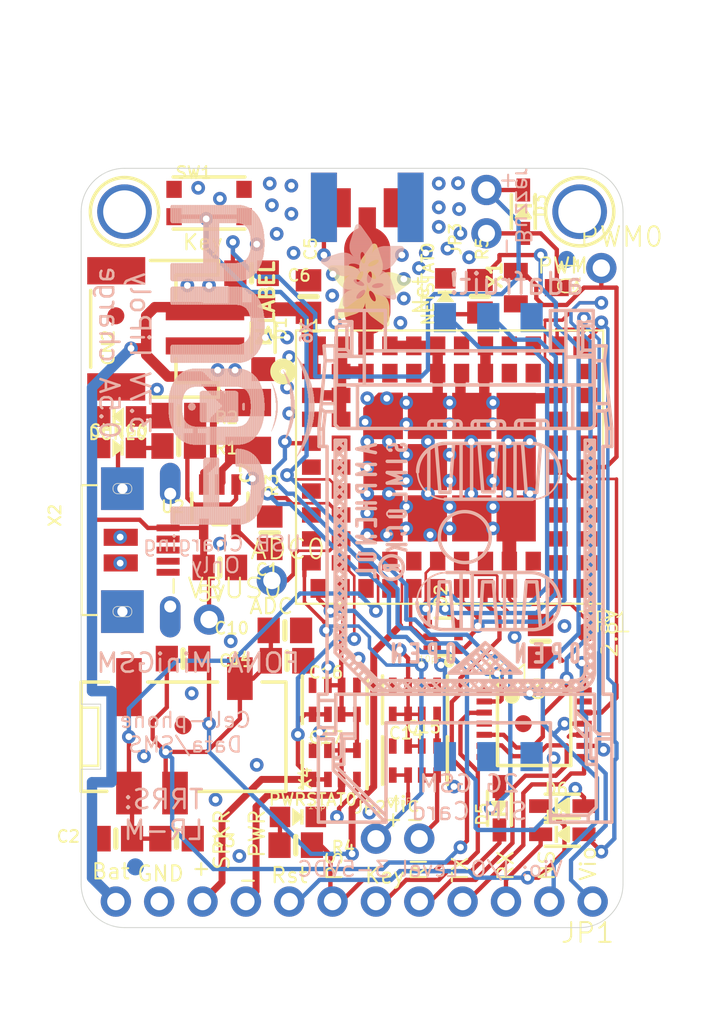
<source format=kicad_pcb>
(kicad_pcb (version 20211014) (generator pcbnew)
  (layers (0 "F.Cu" signal) (31 "B.Cu" signal) (34 "B.Paste" user) (35 "F.Paste" user) (36 "B.SilkS" user "B.Silkscreen") (37 "F.SilkS" user "F.Silkscreen") (38 "B.Mask" user) (39 "F.Mask" user) (44 "Edge.Cuts" user))
  (net 0 "")
  (net 1 "GND")
  (net 2 "N$1")
  (net 3 "N$2")
  (net 4 "N$5")
  (net 5 "N$6")
  (net 6 "PWRKEY")
  (net 7 "NETSTAT")
  (net 8 "PWRSTAT")
  (net 9 "SIMRST")
  (net 10 "SIMCLK")
  (net 11 "SIMDATA")
  (net 12 "2.8V")
  (net 13 "RESET")
  (net 14 "RI")
  (net 15 "UART_RXD")
  (net 16 "UART_TXD")
  (net 17 "VRTC")
  (net 18 "VCCIO")
  (net 19 "GSM_ANT")
  (net 20 "VBUS")
  (net 21 "1.8V")
  (net 22 "NETSTAT_5V")
  (net 23 "N$4")
  (net 24 "PWRSTAT_5V")
  (net 25 "N$9")
  (net 26 "SPEAKER1+")
  (net 27 "MIC1+")
  (net 28 "ADC")
  (net 29 "PWM")
  (net 30 "VBAT")
  (net 31 "MIC2+")
  (net 32 "MIC2-")
  (net 33 "SPEAKER2+")
  (net 34 "SPEAKER2-")
  (net 35 "+5V")
  (net 36 "RXD_5V")
  (net 37 "TXD_5V")
  (net 38 "RI_5V")
  (net 39 "PWRKEY_5V")
  (net 40 "RESET_5V")
  (net 41 "N$16")
  (net 42 "HP+")
  (footprint "boardEagle:0805-NO" (layer "F.Cu") (at 144.5641 109.8296 180)
    (fp_text reference "C10")
    (fp_text value "10pF")
  )
  (footprint "boardEagle:SOD-123" (layer "F.Cu") (at 143.2941 92.6846 -90)
    (fp_text reference "D1")
    (fp_text value "MMSZ5231BT1G")
  )
  (footprint "boardEagle:1X01-CLEANBIG" (layer "F.Cu") (at 140.1191 109.1946)
    (fp_text reference "VBUS0")
    (fp_text value "")
  )
  (footprint "boardEagle:CHIPLED_0805_NOOUTLINE" (layer "F.Cu") (at 134.7911 97.3026 90)
    (fp_text reference "DONE0")
    (fp_text value "GREEN")
  )
  (footprint "boardEagle:ADAFRUIT_5MM" (layer "F.Cu") (at 147.1041 92.0496)
    (fp_text reference "U$10" hide)
    (fp_text value "" hide)
  )
  (footprint "boardEagle:JSTPH2" (layer "F.Cu") (at 136.1821 92.1766 90)
    (fp_text reference "CN2")
    (fp_text value "JSTPH")
  )
  (footprint "boardEagle:SOT23-5" (layer "F.Cu") (at 140.7541 102.5906 180)
    (fp_text reference "U2")
    (fp_text value "MCP73831T-2ACI/OT")
  )
  (footprint "boardEagle:0805-NO" (layer "F.Cu") (at 159.5501 110.4646 -90)
    (fp_text reference "C9")
    (fp_text value "10uF")
  )
  (footprint "boardEagle:FIDUCIAL_1MM" (layer "F.Cu") (at 158.5341 115.2906)
    (fp_text reference "FID3" hide)
    (fp_text value "FIDUCIAL\"\"" hide)
  )
  (footprint "boardEagle:0805-NO" (layer "F.Cu") (at 143.6751 104.1146 90)
    (fp_text reference "R3")
    (fp_text value "2K")
  )
  (footprint "boardEagle:SC59-BEC" (layer "F.Cu") (at 159.2961 89.7636 -90)
    (fp_text reference "Q1")
    (fp_text value "DTC143ZUAT106")
  )
  (footprint "boardEagle:0805-NO" (layer "F.Cu") (at 140.7541 106.1466)
    (fp_text reference "C1")
    (fp_text value "10µF")
  )
  (footprint "boardEagle:FIDUCIAL_1MM" (layer "F.Cu") (at 138.5951 115.4176)
    (fp_text reference "FID1" hide)
    (fp_text value "FIDUCIAL\"\"" hide)
  )
  (footprint "boardEagle:BTN_KMR2_4.6X2.8" (layer "F.Cu") (at 140.1191 84.8106)
    (fp_text reference "SW1")
    (fp_text value "KMR2")
  )
  (footprint "boardEagle:RESPACK_4X0603" (layer "F.Cu") (at 147.4851 117.7036)
    (fp_text reference "C17")
    (fp_text value "10pF")
  )
  (footprint "boardEagle:0805-NO" (layer "F.Cu") (at 155.9941 90.2716 90)
    (fp_text reference "R5")
    (fp_text value "1K")
  )
  (footprint "boardEagle:4UCONN_20329" (layer "F.Cu") (at 136.9441 105.1306 -90)
    (fp_text reference "X2")
    (fp_text value "MicroB")
    (fp_line (start 3.9 1.6) (end 3.9 2.2) (layer "Edge.Cuts") (width 0.05))
    (fp_line (start 3.3 2.2) (end 3.3 1.6) (layer "Edge.Cuts") (width 0.05))
    (fp_line (start -3.9 2.2) (end -3.9 1.6) (layer "Edge.Cuts") (width 0.05))
    (fp_line (start -3.3 1.6) (end -3.3 2.2) (layer "Edge.Cuts") (width 0.05))
    (fp_arc (start -3.6 2.45) (mid -3.801777 2.387132) (end -3.9 2.2) (layer "Edge.Cuts") (width 0.05))
    (fp_arc (start -3.6 1.35) (mid -3.398223 1.412868) (end -3.3 1.6) (layer "Edge.Cuts") (width 0.05))
    (fp_arc (start 3.6 2.45) (mid 3.398223 2.387132) (end 3.3 2.2) (layer "Edge.Cuts") (width 0.05))
    (fp_arc (start -3.3 2.2) (mid -3.398223 2.387132) (end -3.6 2.45) (layer "Edge.Cuts") (width 0.05))
    (fp_arc (start 3.6 1.35) (mid 3.801777 1.412868) (end 3.9 1.6) (layer "Edge.Cuts") (width 0.05))
    (fp_arc (start -3.9 1.6) (mid -3.801777 1.412868) (end -3.6 1.35) (layer "Edge.Cuts") (width 0.05))
    (fp_arc (start 3.9 2.2) (mid 3.801777 2.387132) (end 3.6 2.45) (layer "Edge.Cuts") (width 0.05))
    (fp_arc (start 3.3 1.6) (mid 3.398223 1.412868) (end 3.6 1.35) (layer "Edge.Cuts") (width 0.05))
  )
  (footprint "boardEagle:4UCONN_18510" (layer "F.Cu") (at 132.6261 116.0526)
    (fp_text reference "X4")
    (fp_text value "")
  )
  (footprint "boardEagle:RESPACK_4X0603" (layer "F.Cu") (at 152.1841 113.8936 180)
    (fp_text reference "C15")
    (fp_text value "10pF")
  )
  (footprint "boardEagle:1X12-CB" (layer "F.Cu") (at 148.6281 125.7046 180)
    (fp_text reference "JP1")
    (fp_text value "")
  )
  (footprint "boardEagle:MOUNTINGHOLE_2.5_PLATED" (layer "F.Cu") (at 135.1661 85.3186 90)
    (fp_text reference "U$34" hide)
    (fp_text value "MOUNTINGHOLE2.5" hide)
  )
  (footprint "boardEagle:RESPACK_4X0603" (layer "F.Cu") (at 152.1841 117.4496)
    (fp_text reference "C14")
    (fp_text value "33pF")
  )
  (footprint "boardEagle:1X02_ROUND" (layer "F.Cu") (at 156.3751 85.3186 90)
    (fp_text reference "JP3")
    (fp_text value "BUZZ")
  )
  (footprint "boardEagle:SOD-323" (layer "F.Cu") (at 160.8201 121.7676)
    (fp_text reference "D4")
    (fp_text value "1N4148")
  )
  (footprint "boardEagle:1X01-CLEANBIG" (layer "F.Cu") (at 143.8021 106.9086)
    (fp_text reference "ADC0")
    (fp_text value "")
  )
  (footprint "boardEagle:SOD-323" (layer "F.Cu") (at 160.8201 120.1166)
    (fp_text reference "D6")
    (fp_text value "1N4148")
  )
  (footprint "boardEagle:SOD-323" (layer "F.Cu") (at 157.1371 120.2436 90)
    (fp_text reference "D5")
    (fp_text value "1N4148")
  )
  (footprint "boardEagle:0805-NO" (layer "F.Cu") (at 144.6911 111.6076 180)
    (fp_text reference "C4")
    (fp_text value "33pF")
  )
  (footprint "boardEagle:1X02_ROUND" (layer "F.Cu") (at 151.1681 122.0216)
    (fp_text reference "JP2")
    (fp_text value "MIC")
  )
  (footprint "boardEagle:0805-NO" (layer "F.Cu") (at 138.2141 122.0216)
    (fp_text reference "C3")
    (fp_text value "10pF")
  )
  (footprint "boardEagle:RESPACK_4X0603" (layer "F.Cu") (at 147.4851 113.8936)
    (fp_text reference "C16")
    (fp_text value "33pF")
  )
  (footprint "boardEagle:0805-NO" (layer "F.Cu") (at 142.6121 88.9226)
    (fp_text reference "C6")
    (fp_text value "33pF")
  )
  (footprint "boardEagle:SMA_EDGELAUNCH_UFL" (layer "F.Cu") (at 149.3901 83.0326 -90)
    (fp_text reference "X1")
    (fp_text value "")
  )
  (footprint "boardEagle:MOUNTINGHOLE_2.5_PLATED" (layer "F.Cu") (at 161.8361 85.3186 90)
    (fp_text reference "U$33" hide)
    (fp_text value "MOUNTINGHOLE2.5" hide)
  )
  (footprint "boardEagle:CHIPLED_0805_NOOUTLINE" (layer "F.Cu") (at 153.9621 90.2716)
    (fp_text reference "NETSTAT0")
    (fp_text value "BLUE")
  )
  (footprint "boardEagle:FIDUCIAL_1MM" (layer "F.Cu") (at 134.6581 91.4146)
    (fp_text reference "FID2" hide)
    (fp_text value "FIDUCIAL\"\"" hide)
  )
  (footprint "boardEagle:TSSOP14" (layer "F.Cu") (at 159.1691 115.2906 -90)
    (fp_text reference "IC1")
    (fp_text value "74VHCT125PW")
  )
  (footprint "boardEagle:C1210" (layer "F.Cu") (at 142.4051 97.8916 -90)
    (fp_text reference "C7")
    (fp_text value "100uF")
  )
  (footprint "boardEagle:0805-NO" (layer "F.Cu") (at 145.1991 122.4026)
    (fp_text reference "R4")
    (fp_text value "1K")
  )
  (footprint "boardEagle:CHIPLED_0805_NOOUTLINE" (layer "F.Cu") (at 134.7861 99.1506 -90)
    (fp_text reference "CHRG0")
    (fp_text value "ORANGE")
  )
  (footprint "boardEagle:TP11R" (layer "F.Cu") (at 162.2171 109.9566)
    (fp_text reference "TP1")
    (fp_text value "TPTP11R")
  )
  (footprint "boardEagle:0805-NO" (layer "F.Cu") (at 138.5951 111.4806)
    (fp_text reference "C11")
    (fp_text value "10uF")
  )
  (footprint "boardEagle:SOT363" (layer "F.Cu") (at 153.8351 110.2106 90)
    (fp_text reference "D2")
    (fp_text value "SMF05C")
  )
  (footprint "boardEagle:0805-NO" (layer "F.Cu") (at 145.9461 90.2876 90)
    (fp_text reference "C5")
    (fp_text value "10pF")
  )
  (footprint "boardEagle:1X01-CLEANBIG" (layer "F.Cu") (at 163.1061 88.6206)
    (fp_text reference "PWM0")
    (fp_text value "")
  )
  (footprint "boardEagle:0805-NO" (layer "F.Cu") (at 138.3411 99.0346)
    (fp_text reference "R1")
    (fp_text value "470")
  )
  (footprint "boardEagle:0805-NO" (layer "F.Cu") (at 134.6581 122.0216 180)
    (fp_text reference "C2")
    (fp_text value "33pF")
  )
  (footprint "boardEagle:SIM800L" (layer "F.Cu") (at 154.2161 100.2726)
    (fp_text reference "U1")
    (fp_text value "SIM800H/L")
  )
  (footprint "boardEagle:SOD-323" (layer "F.Cu") (at 158.5341 85.3186 -90)
    (fp_text reference "D3")
    (fp_text value "1N4148")
  )
  (footprint "boardEagle:CHIPLED_0805_NOOUTLINE" (layer "F.Cu") (at 145.3261 120.7516 -90)
    (fp_text reference "PWRSTAT0")
    (fp_text value "GREEN")
  )
  (footprint "boardEagle:0805-NO" (layer "F.Cu") (at 138.3571 97.2566)
    (fp_text reference "R2")
    (fp_text value "1K")
  )
  (footprint "boardEagle:FIDUCIAL_1MM" (layer "B.Cu") (at 135.8011 123.6726 180)
    (fp_text reference "FID5" hide)
    (fp_text value "FIDUCIAL\"\"" hide)
  )
  (footprint "boardEagle:FIDUCIAL_1MM" (layer "B.Cu") (at 161.0741 88.1126 180)
    (fp_text reference "FID4" hide)
    (fp_text value "FIDUCIAL\"\"" hide)
  )
  (footprint "boardEagle:C707_10M006_512_2" (layer "B.Cu") (at 155.1051 104.3686 -90)
    (fp_text reference "X6")
    (fp_text value "SIM_LOCKAMPHENOL")
  )
  (footprint "boardEagle:FONA_LOGO" (layer "B.Cu") (at 137.5791 104.1146 90)
    (fp_text reference "U$26" hide)
    (fp_text value "" hide)
  )
  (footprint "boardEagle:ADAFRUIT_5MM" (layer "B.Cu") (at 151.5491 90.9066 180)
    (fp_text reference "U$36" hide)
    (fp_text value "" hide)
  )
  (gr_line (start 135.1661 82.7786) (end 161.8361 82.7786) (layer "Edge.Cuts") (width 0.05))
  (gr_arc (start 132.6261 85.3186) (mid 133.370049 83.522549) (end 135.1661 82.7786) (layer "Edge.Cuts") (width 0.05))
  (gr_line (start 133.7691 117.9576) (end 133.7691 114.1476) (layer "Edge.Cuts") (width 0.05))
  (gr_line (start 132.6261 117.9576) (end 133.7691 117.9576) (layer "Edge.Cuts") (width 0.05))
  (gr_line (start 132.6261 124.6886) (end 132.6261 117.9576) (layer "Edge.Cuts") (width 0.05))
  (gr_line (start 164.3761 85.3186) (end 164.3761 124.6886) (layer "Edge.Cuts") (width 0.05))
  (gr_arc (start 161.8361 82.7786) (mid 163.632151 83.522549) (end 164.3761 85.3186) (layer "Edge.Cuts") (width 0.05))
  (gr_line (start 161.8361 127.2286) (end 135.1661 127.2286) (layer "Edge.Cuts") (width 0.05))
  (gr_line (start 133.7691 114.1476) (end 132.6261 114.1476) (layer "Edge.Cuts") (width 0.05))
  (gr_arc (start 164.3761 124.6886) (mid 163.632151 126.484651) (end 161.8361 127.2286) (layer "Edge.Cuts") (width 0.05))
  (gr_line (start 132.6261 114.1476) (end 132.6261 85.3186) (layer "Edge.Cuts") (width 0.05))
  (gr_arc (start 135.1661 127.2286) (mid 133.370049 126.484651) (end 132.6261 124.6886) (layer "Edge.Cuts") (width 0.05))
  (gr_text "adafruit!" (at 162.2171 90.2716) (layer "B.SilkS") (effects (font (size 1.251712 1.251712) (thickness 0.170688)) (justify left bottom mirror)))
  (gr_text "3.7V LiPoly\n0.5A charge" (at 135.1661 93.5736 -90) (layer "B.SilkS") (effects (font (size 1.1176 1.1176) (thickness 0.1524)) (justify mirror)))
  (gr_text "Vio: I/O Level 3-5VDC" (at 153.0731 123.7996) (layer "B.SilkS") (effects (font (size 0.89408 0.89408) (thickness 0.12192)) (justify mirror)))
  (gr_text "USB Charging" (at 140.8811 104.7496) (layer "B.SilkS") (effects (font (size 0.89408 0.89408) (thickness 0.12192)) (justify mirror)))
  (gr_text "TRRS:\nLR-M" (at 137.4521 120.6246) (layer "B.SilkS") (effects (font (size 1.1176 1.1176) (thickness 0.1524)) (justify mirror)))
  (gr_text "Cell-phone\nData/SMS\n" (at 138.7221 115.7986) (layer "B.SilkS") (effects (font (size 0.89408 0.89408) (thickness 0.12192)) (justify mirror)))
  (gr_text "-" (at 158.1531 86.7156 -90) (layer "B.SilkS") (effects (font (size 0.89408 0.89408) (thickness 0.12192)) (justify right top mirror)))
  (gr_text "2G GSM\nSIM Card" (at 155.3591 119.6086) (layer "B.SilkS") (effects (font (size 1.00584 1.00584) (thickness 0.13716)) (justify mirror)))
  (gr_text "FONA MiniGSM" (at 139.4841 111.7346) (layer "B.SilkS") (effects (font (size 1.1176 1.1176) (thickness 0.1524)) (justify mirror)))
  (gr_text "+" (at 157.0101 82.9056) (layer "B.SilkS") (effects (font (size 0.89408 0.89408) (thickness 0.12192)) (justify right top mirror)))
  (gr_text "Buzzer" (at 159.0421 82.6516 -90) (layer "B.SilkS") (effects (font (size 0.89408 0.89408) (thickness 0.12192)) (justify right top mirror)))
  (gr_text "Only" (at 140.5001 106.0196) (layer "B.SilkS") (effects (font (size 0.89408 0.89408) (thickness 0.12192)) (justify mirror)))
  (gr_text "ADC" (at 142.4051 108.9406) (layer "F.SilkS") (effects (font (size 0.89408 0.89408) (thickness 0.12192)) (justify left bottom)))
  (gr_text "Key" (at 151.6761 123.6726) (layer "F.SilkS") (effects (font (size 0.89408 0.89408) (thickness 0.12192)) (justify right top)))
  (gr_text "-" (at 141.7701 124.9426) (layer "F.SilkS") (effects (font (size 0.89408 0.89408) (thickness 0.12192)) (justify left bottom)))
  (gr_text "+" (at 140.1191 124.4346 90) (layer "F.SilkS") (effects (font (size 0.89408 0.89408) (thickness 0.12192)) (justify left bottom)))
  (gr_text "Net" (at 153.0731 91.4146 90) (layer "F.SilkS") (effects (font (size 0.89408 0.89408) (thickness 0.12192)) (justify left bottom)))
  (gr_text "PWM" (at 159.2961 89.0016) (layer "F.SilkS") (effects (font (size 0.89408 0.89408) (thickness 0.12192)) (justify left bottom)))
  (gr_text "SPKR" (at 141.3891 123.9266 90) (layer "F.SilkS") (effects (font (size 0.89408 0.89408) (thickness 0.12192)) (justify left bottom)))
  (gr_text "RX" (at 158.0261 124.5616 90) (layer "F.SilkS") (effects (font (size 0.89408 0.89408) (thickness 0.12192)) (justify left bottom)))
  (gr_text "PS" (at 147.9931 124.5616 90) (layer "F.SilkS") (effects (font (size 0.89408 0.89408) (thickness 0.12192)) (justify left bottom)))
  (gr_text "2.8V" (at 164.1221 111.4806 90) (layer "F.SilkS") (effects (font (size 0.89408 0.89408) (thickness 0.12192)) (justify left bottom)))
  (gr_text "TX" (at 155.3591 124.6886 90) (layer "F.SilkS") (effects (font (size 0.89408 0.89408) (thickness 0.12192)) (justify left bottom)))
  (gr_text "Mic" (at 152.5651 119.4816) (layer "F.SilkS") (effects (font (size 0.89408 0.89408) (thickness 0.12192)) (justify right top)))
  (gr_text "Rst" (at 143.6751 124.6886) (layer "F.SilkS") (effects (font (size 0.89408 0.89408) (thickness 0.12192)) (justify left bottom)))
  (gr_text "Key" (at 141.0081 86.5886) (layer "F.SilkS") (effects (font (size 0.89408 0.89408) (thickness 0.12192)) (justify right top)))
  (gr_text "5V" (at 141.1351 107.1626) (layer "F.SilkS") (effects (font (size 0.89408 0.89408) (thickness 0.12192)) (justify right top)))
  (gr_text "RI" (at 152.9461 124.5616 90) (layer "F.SilkS") (effects (font (size 0.89408 0.89408) (thickness 0.12192)) (justify left bottom)))
  (gr_text "PWR" (at 142.4051 120.2436 90) (layer "F.SilkS") (effects (font (size 0.89408 0.89408) (thickness 0.12192)) (justify right top)))
  (gr_text "NS" (at 160.4391 124.5616 90) (layer "F.SilkS") (effects (font (size 0.89408 0.89408) (thickness 0.12192)) (justify left bottom)))
  (gr_text "GND" (at 138.7221 123.5456) (layer "F.SilkS") (effects (font (size 0.89408 0.89408) (thickness 0.12192)) (justify right top)))
  (gr_text "-" (at 151.5491 121.3866) (layer "F.SilkS") (effects (font (size 0.89408 0.89408) (thickness 0.12192)) (justify left bottom)))
  (gr_text "Bat" (at 135.5471 123.4186) (layer "F.SilkS") (effects (font (size 0.89408 0.89408) (thickness 0.12192)) (justify right top)))
  (gr_text "Vio" (at 162.8521 124.5616 90) (layer "F.SilkS") (effects (font (size 0.89408 0.89408) (thickness 0.12192)) (justify left bottom)))
  (gr_text "+" (at 150.2791 121.3866) (layer "F.SilkS") (effects (font (size 0.89408 0.89408) (thickness 0.12192)) (justify left bottom)))
  (segment (start 148.7851 113.0436) (end 148.8241 113.0046) (width 0.254) (layer "F.Cu") (net 1))
  (segment (start 148.7851 118.5536) (end 148.7851 119.1976) (width 0.254) (layer "F.Cu") (net 1))
  (segment (start 157.7161 105.7726) (end 157.7161 103.6726) (width 0.8128) (layer "F.Cu") (net 1))
  (segment (start 155.5161 96.4946) (end 155.5161 97.2726) (width 0.254) (layer "F.Cu") (net 1))
  (segment (start 153.5161 96.6726) (end 153.5161 94.7726) (width 0.6096) (layer "F.Cu") (net 1))
  (segment (start 156.7561 99.5426) (end 157.7721 99.5426) (width 0.254) (layer "F.Cu") (net 1))
  (segment (start 150.6601 100.0506) (end 149.3901 98.7806) (width 0.254) (layer "F.Cu") (net 1))
  (segment (start 151.6761 96.4946) (end 152.9161 96.4946) (width 0.254) (layer "F.Cu") (net 1))
  (segment (start 147.7391 120.2436) (end 147.7391 120.6246) (width 0.254) (layer "F.Cu") (net 1))
  (segment (start 156.2481 94.8406) (end 156.2481 96.2406) (width 0.6096) (layer "F.Cu") (net 1))
  (segment (start 153.7081 117.4496) (end 154.0891 117.8306) (width 0.254) (layer "F.Cu") (net 1))
  (segment (start 161.3131 115.9406) (end 161.2011 116.0526) (width 0.254) (layer "F.Cu") (net 1))
  (segment (start 162.0941 115.9406) (end 161.3131 115.9406) (width 0.254) (layer "F.Cu") (net 1))
  (segment (start 154.9161 94.7726) (end 154.8511 94.8376) (width 0.6096) (layer "F.Cu") (net 1))
  (segment (start 153.5161 94.7726) (end 153.5161 93.1726) (width 0.6096) (layer "F.Cu") (net 1))
  (segment (start 157.7161 103.6726) (end 158.1161 103.2726) (width 0.8128) (layer "F.Cu") (net 1))
  (segment (start 146.8501 87.8586) (end 146.8501 86.8426) (width 0.254) (layer "F.Cu") (net 1))
  (segment (start 154.2161 102.5906) (end 156.7561 102.5906) (width 0.254) (layer "F.Cu") (net 1))
  (segment (start 152.9461 98.7806) (end 152.9461 99.5426) (width 0.254) (layer "F.Cu") (net 1))
  (segment (start 150.6601 101.0666) (end 151.6761 101.0666) (width 0.254) (layer "F.Cu") (net 1))
  (segment (start 158.7881 96.2406) (end 158.7881 97.2726) (width 0.254) (layer "F.Cu") (net 1))
  (segment (start 149.3161 94.7726) (end 149.2161 94.6726) (width 0.6096) (layer "F.Cu") (net 1))
  (segment (start 157.7721 101.0666) (end 156.7561 101.0666) (width 0.254) (layer "F.Cu") (net 1))
  (segment (start 160.8201 111.6076) (end 160.6271 111.4146) (width 0.254) (layer "F.Cu") (net 1))
  (segment (start 153.4841 114.7436) (end 153.4841 116.5996) (width 0.254) (layer "F.Cu") (net 1))
  (segment (start 149.3901 98.7806) (end 149.3901 101.8286) (width 0.254) (layer "F.Cu") (net 1))
  (segment (start 147.9161 94.6126) (end 147.9161 93.1726) (width 0.6096) (layer "F.Cu") (net 1))
  (segment (start 147.8561 94.6726) (end 147.8561 96.0726) (width 0.6096) (layer "F.Cu") (net 1))
  (segment (start 147.8561 96.0726) (end 147.8561 97.4726) (width 0.6096) (layer "F.Cu") (net 1))
  (segment (start 140.7541 101.2905) (end 140.8811 101.1635) (width 0.4064) (layer "F.Cu") (net 1))
  (segment (start 147.7391 120.6246) (end 147.6121 120.7516) (width 0.254) (layer "F.Cu") (net 1))
  (segment (start 154.2161 99.5426) (end 156.7561 99.5426) (width 0.254) (layer "F.Cu") (net 1))
  (segment (start 140.8811 100.4316) (end 142.0211 99.2916) (width 0.4064) (layer "F.Cu") (net 1))
  (segment (start 150.6601 101.8286) (end 150.6601 101.0666) (width 0.254) (layer "F.Cu") (net 1))
  (segment (start 154.2161 103.8606) (end 156.7561 103.8606) (width 0.254) (layer "F.Cu") (net 1))
  (segment (start 152.9161 96.4946) (end 152.9161 97.2726) (width 0.254) (layer "F.Cu") (net 1))
  (segment (start 153.4541 117.4496) (end 153.7081 117.4496) (width 0.254) (layer "F.Cu") (net 1))
  (segment (start 150.6601 101.8286) (end 150.6601 100.0506) (width 0.254) (layer "F.Cu") (net 1))
  (segment (start 160.5761 96.0726) (end 160.4081 96.2406) (width 0.6096) (layer "F.Cu") (net 1))
  (segment (start 154.8511 94.8376) (end 154.8511 96.2406) (width 0.6096) (layer "F.Cu") (net 1))
  (segment (start 160.6271 111.4146) (end 159.5501 111.4146) (width 0.254) (layer "F.Cu") (net 1))
  (segment (start 152.9161 97.2726) (end 153.5161 96.6726) (width 0.6096) (layer "F.Cu") (net 1))
  (segment (start 147.7391 120.8786) (end 147.6121 120.7516) (width 0.254) (layer "F.Cu") (net 1))
  (segment (start 152.9461 101.0666) (end 154.2161 101.0666) (width 0.254) (layer "F.Cu") (net 1))
  (segment (start 154.0891 117.8306) (end 154.0891 118.5926) (width 0.254) (layer "F.Cu") (net 1))
  (segment (start 156.3161 93.1726) (end 156.3161 94.7726) (width 0.6096) (layer "F.Cu") (net 1))
  (segment (start 156.7561 103.8606) (end 157.7721 103.8606) (width 0.254) (layer "F.Cu") (net 1))
  (segment (start 142.0211 99.2916) (end 142.4051 99.2916) (width 0.4064) (layer "F.Cu") (net 1))
  (segment (start 152.1161 93.1726) (end 150.7161 93.1726) (width 0.6096) (layer "F.Cu") (net 1))
  (segment (start 154.2161 96.4946) (end 155.5161 96.4946) (width 0.254) (layer "F.Cu") (net 1))
  (segment (start 156.7561 96.4946) (end 155.5161 96.4946) (width 0.254) (layer "F.Cu") (net 1))
  (segment (start 152.9461 99.5426) (end 151.6761 99.5426) (width 0.254) (layer "F.Cu") (net 1))
  (segment (start 153.5161 93.1726) (end 152.1161 93.1726) (width 0.6096) (layer "F.Cu") (net 1))
  (segment (start 153.4841 117.4196) (end 153.4541 117.4496) (width 0.254) (layer "F.Cu") (net 1))
  (segment (start 152.9461 101.8286) (end 152.9461 101.0666) (width 0.254) (layer "F.Cu") (net 1))
  (segment (start 135.0441 101.5306) (end 134.7851 101.5306) (width 0.254) (layer "F.Cu") (net 1))
  (segment (start 149.2161 94.6726) (end 147.8561 94.6726) (width 0.6096) (layer "F.Cu") (net 1))
  (segment (start 158.7881 97.2726) (end 158.1161 97.2726) (width 0.254) (layer "F.Cu") (net 1))
  (segment (start 151.6761 102.5906) (end 154.2161 102.5906) (width 0.254) (layer "F.Cu") (net 1))
  (segment (start 156.3161 94.7726) (end 156.2481 94.8406) (width 0.6096) (layer "F.Cu") (net 1))
  (segment (start 147.8561 96.0726) (end 146.1161 96.0726) (width 0.6096) (layer "F.Cu") (net 1))
  (segment (start 154.0891 118.5926) (end 154.4701 118.9736) (width 0.254) (layer "F.Cu") (net 1))
  (segment (start 153.4841 116.5996) (end 153.4841 117.4196) (width 0.254) (layer "F.Cu") (net 1))
  (segment (start 160.4081 96.2406) (end 158.7881 96.2406) (width 0.6096) (layer "F.Cu") (net 1))
  (segment (start 134.7851 101.5306) (end 134.7851 99.1616) (width 0.254) (layer "F.Cu") (net 1))
  (segment (start 140.8811 101.1635) (end 140.8811 100.4316) (width 0.4064) (layer "F.Cu") (net 1))
  (segment (start 148.7851 119.1976) (end 147.7391 120.2436) (width 0.254) (layer "F.Cu") (net 1))
  (segment (start 151.6761 103.8606) (end 154.2161 103.8606) (width 0.254) (layer "F.Cu") (net 1))
  (segment (start 150.6601 102.5906) (end 151.6761 102.5906) (width 0.254) (layer "F.Cu") (net 1))
  (segment (start 150.6601 101.8286) (end 150.6601 102.5906) (width 0.254) (layer "F.Cu") (net 1))
  (segment (start 156.7561 102.5906) (end 157.7721 102.5906) (width 0.254) (layer "F.Cu") (net 1))
  (segment (start 147.8561 94.6726) (end 147.9161 94.6126) (width 0.6096) (layer "F.Cu") (net 1))
  (via (at 142.9131 117.7036) (size 0.8001) (drill 0.3937) (layers "F.Cu" "B.Cu") (net 1))
  (via (at 151.5331 89.2556) (size 0.8001) (drill 0.3937) (layers "F.Cu" "B.Cu") (net 1))
  (via (at 137.0711 95.7326) (size 0.8001) (drill 0.3937) (layers "F.Cu" "B.Cu") (net 1))
  (via (at 158.0261 110.2106) (size 0.8001) (drill 0.3937) (layers "F.Cu" "B.Cu") (net 1))
  (via (at 136.3091 117.1956) (size 0.8001) (drill 0.3937) (layers "F.Cu" "B.Cu") (net 1))
  (via (at 142.6591 100.9396) (size 0.8001) (drill 0.3937) (layers "F.Cu" "B.Cu") (net 1))
  (via (at 143.8021 84.9376) (size 0.8001) (drill 0.3937) (layers "F.Cu" "B.Cu") (net 1))
  (via (at 153.0731 104.2416) (size 0.8001) (drill 0.3937) (layers "F.Cu" "B.Cu") (net 1))
  (via (at 154.7701 85.1646) (size 0.8001) (drill 0.3937) (layers "F.Cu" "B.Cu") (net 1))
  (via (at 156.7561 99.5426) (size 0.8001) (drill 0.3937) (layers "F.Cu" "B.Cu") (net 1))
  (via (at 150.6601 98.7806) (size 0.8001) (drill 0.3937) (layers "F.Cu" "B.Cu") (net 1))
  (via (at 149.3901 100.3046) (size 0.8001) (drill 0.3937) (layers "F.Cu" "B.Cu") (net 1))
  (via (at 141.3891 110.4646) (size 0.8001) (drill 0.3937) (layers "F.Cu" "B.Cu") (net 1))
  (via (at 158.9151 101.8286) (size 0.8001) (drill 0.3937) (layers "F.Cu" "B.Cu") (net 1))
  (via (at 149.3901 102.9716) (size 0.8001) (drill 0.3937) (layers "F.Cu" "B.Cu") (net 1))
  (via (at 147.1041 111.9886) (size 0.8001) (drill 0.3937) (layers "F.Cu" "B.Cu") (net 1))
  (via (at 144.6911 92.6846) (size 0.8001) (drill 0.3937) (layers "F.Cu" "B.Cu") (net 1))
  (via (at 154.2161 99.5426) (size 0.8001) (drill 0.3937) (layers "F.Cu" "B.Cu") (net 1))
  (via (at 154.0891 87.4776) (size 0.8001) (drill 0.3937) (layers "F.Cu" "B.Cu") (net 1))
  (via (at 155.4861 101.8286) (size 0.8001) (drill 0.3937) (layers "F.Cu" "B.Cu") (net 1))
  (via (at 141.8971 123.0376) (size 0.8001) (drill 0.3937) (layers "F.Cu" "B.Cu") (net 1))
  (via (at 157.6451 101.8286) (size 0.8001) (drill 0.3937) (layers "F.Cu" "B.Cu") (net 1))
  (via (at 146.8501 87.8586) (size 0.8001) (drill 0.3937) (layers "F.Cu" "B.Cu") (net 1))
  (via (at 147.3371 90.2276) (size 0.8001) (drill 0.3937) (layers "F.Cu" "B.Cu") (net 1))
  (via (at 146.5961 115.7986) (size 0.8001) (drill 0.3937) (layers "F.Cu" "B.Cu") (net 1))
  (via (at 147.6121 120.7516) (size 0.8001) (drill 0.3937) (layers "F.Cu" "B.Cu") (net 1))
  (via (at 151.6761 103.8606) (size 0.8001) (drill 0.3937) (layers "F.Cu" "B.Cu") (net 1))
  (via (at 153.5811 86.2076) (size 0.8001) (drill 0.3937) (layers "F.Cu" "B.Cu") (net 1))
  (via (at 142.9131 87.2236) (size 0.8001) (drill 0.3937) (layers "F.Cu" "B.Cu") (net 1))
  (via (at 154.2161 97.7646) (size 0.8001) (drill 0.3937) (layers "F.Cu" "B.Cu") (net 1))
  (via (at 147.5011 91.7956) (size 0.8001) (drill 0.3937) (layers "F.Cu" "B.Cu") (net 1))
  (via (at 143.6751 83.6676) (size 0.8001) (drill 0.3937) (layers "F.Cu" "B.Cu") (net 1))
  (via (at 151.6761 102.5906) (size 0.8001) (drill 0.3937) (layers "F.Cu" "B.Cu") (net 1))
  (via (at 150.5331 104.2416) (size 0.8001) (drill 0.3937) (layers "F.Cu" "B.Cu") (net 1))
  (via (at 151.3331 91.8226) (size 0.8001) (drill 0.3937) (layers "F.Cu" "B.Cu") (net 1))
  (via (at 158.9151 98.7806) (size 0.8001) (drill 0.3937) (layers "F.Cu" "B.Cu") (net 1))
  (via (at 160.3121 117.3226) (size 0.8001) (drill 0.3937) (layers "F.Cu" "B.Cu") (net 1))
  (via (at 134.9121 104.3686) (size 0.8001) (drill 0.3937) (layers "F.Cu" "B.Cu") (net 1))
  (via (at 151.4221 87.8586) (size 0.8001) (drill 0.3937) (layers "F.Cu" "B.Cu") (net 1))
  (via (at 140.6271 94.5896) (size 0.8001) (drill 0.3937) (layers "F.Cu" "B.Cu") (net 1))
  (via (at 151.6761 101.0666) (size 0.8001) (drill 0.3937) (layers "F.Cu" "B.Cu") (net 1))
  (via (at 153.5811 85.0646) (size 0.8001) (drill 0.3937) (layers "F.Cu" "B.Cu") (net 1))
  (via (at 157.6451 98.7806) (size 0.8001) (drill 0.3937) (layers "F.Cu" "B.Cu") (net 1))
  (via (at 154.2161 102.5906) (size 0.8001) (drill 0.3937) (layers "F.Cu" "B.Cu") (net 1))
  (via (at 139.1031 113.5126) (size 0.8001) (drill 0.3937) (layers "F.Cu" "B.Cu") (net 1))
  (via (at 144.8181 97.1296) (size 0.8001) (drill 0.3937) (layers "F.Cu" "B.Cu") (net 1))
  (via (at 156.7561 96.4946) (size 0.8001) (drill 0.3937) (layers "F.Cu" "B.Cu") (net 1))
  (via (at 149.3901 101.8286) (size 0.8001) (drill 0.3937) (layers "F.Cu" "B.Cu") (net 1))
  (via (at 147.3741 88.9746) (size 0.8001) (drill 0.3937) (layers "F.Cu" "B.Cu") (net 1))
  (via (at 149.2631 97.6376) (size 0.8001) (drill 0.3937) (layers "F.Cu" "B.Cu") (net 1))
  (via (at 154.7081 83.6516) (size 0.8001) (drill 0.3937) (layers "F.Cu" "B.Cu") (net 1))
  (via (at 152.9461 98.7806) (size 0.8001) (drill 0.3937) (layers "F.Cu" "B.Cu") (net 1))
  (via (at 144.8181 93.8276) (size 0.8001) (drill 0.3937) (layers "F.Cu" "B.Cu") (net 1))
  (via (at 143.4211 92.6846) (size 0.8001) (drill 0.3937) (layers "F.Cu" "B.Cu") (net 1))
  (via (at 154.8511 86.5886) (size 0.8001) (drill 0.3937) (layers "F.Cu" "B.Cu") (net 1))
  (via (at 150.6601 101.8286) (size 0.8001) (drill 0.3937) (layers "F.Cu" "B.Cu") (net 1))
  (via (at 140.7541 104.7496) (size 0.8001) (drill 0.3937) (layers "F.Cu" "B.Cu") (net 1))
  (via (at 144.0831 86.6156) (size 0.8001) (drill 0.3937) (layers "F.Cu" "B.Cu") (net 1))
  (via (at 153.5811 83.6676) (size 0.8001) (drill 0.3937) (layers "F.Cu" "B.Cu") (net 1))
  (via (at 156.7561 101.0666) (size 0.8001) (drill 0.3937) (layers "F.Cu" "B.Cu") (net 1))
  (via (at 151.6761 99.5426) (size 0.8001) (drill 0.3937) (layers "F.Cu" "B.Cu") (net 1))
  (via (at 160.9471 109.5756) (size 0.8001) (drill 0.3937) (layers "F.Cu" "B.Cu") (net 1))
  (via (at 152.9461 101.8286) (size 0.8001) (drill 0.3937) (layers "F.Cu" "B.Cu") (net 1))
  (via (at 154.2161 101.0666) (size 0.8001) (drill 0.3937) (layers "F.Cu" "B.Cu") (net 1))
  (via (at 154.2161 103.8606) (size 0.8001) (drill 0.3937) (layers "F.Cu" "B.Cu") (net 1))
  (via (at 158.9151 113.5126) (size 0.8001) (drill 0.3937) (layers "F.Cu" "B.Cu") (net 1))
  (via (at 152.4221 88.6206) (size 0.8001) (drill 0.3937) (layers "F.Cu" "B.Cu") (net 1))
  (via (at 139.4841 83.9216) (size 0.8001) (drill 0.3937) (layers "F.Cu" "B.Cu") (net 1))
  (via (at 151.6761 96.4946) (size 0.8001) (drill 0.3937) (layers "F.Cu" "B.Cu") (net 1))
  (via (at 151.6761 97.7646) (size 0.8001) (drill 0.3937) (layers "F.Cu" "B.Cu") (net 1))
  (via (at 144.6911 95.6056) (size 0.8001) (drill 0.3937) (layers "F.Cu" "B.Cu") (net 1))
  (via (at 140.5001 119.7356) (size 0.8001) (drill 0.3937) (layers "F.Cu" "B.Cu") (net 1))
  (via (at 144.9451 83.7946) (size 0.8001) (drill 0.3937) (layers "F.Cu" "B.Cu") (net 1))
  (via (at 140.1191 89.6366) (size 0.8001) (drill 0.3937) (layers "F.Cu" "B.Cu") (net 1))
  (via (at 154.2161 96.4946) (size 0.8001) (drill 0.3937) (layers "F.Cu" "B.Cu") (net 1))
  (via (at 149.3901 104.2416) (size 0.8001) (drill 0.3937) (layers "F.Cu" "B.Cu") (net 1))
  (via (at 154.4701 118.9736) (size 0.8001) (drill 0.3937) (layers "F.Cu" "B.Cu") (net 1))
  (via (at 155.3591 87.9856) (size 0.8001) (drill 0.3937) (layers "F.Cu" "B.Cu") (net 1))
  (via (at 134.9121 105.8926) (size 0.8001) (drill 0.3937) (layers "F.Cu" "B.Cu") (net 1))
  (via (at 156.7561 97.7646) (size 0.8001) (drill 0.3937) (layers "F.Cu" "B.Cu") (net 1))
  (via (at 156.7561 102.5906) (size 0.8001) (drill 0.3937) (layers "F.Cu" "B.Cu") (net 1))
  (via (at 152.8191 87.7316) (size 0.8001) (drill 0.3937) (layers "F.Cu" "B.Cu") (net 1))
  (via (at 140.7541 84.5566) (size 0.8001) (drill 0.3937) (layers "F.Cu" "B.Cu") (net 1))
  (via (at 144.9451 85.4456) (size 0.8001) (drill 0.3937) (layers "F.Cu" "B.Cu") (net 1))
  (via (at 145.0721 87.7316) (size 0.8001) (drill 0.3937) (layers "F.Cu" "B.Cu") (net 1))
  (via (at 141.6431 94.5896) (size 0.8001) (drill 0.3937) (layers "F.Cu" "B.Cu") (net 1))
  (via (at 155.4861 98.7806) (size 0.8001) (drill 0.3937) (layers "F.Cu" "B.Cu") (net 1))
  (via (at 149.3901 96.2406) (size 0.8001) (drill 0.3937) (layers "F.Cu" "B.Cu") (net 1))
  (via (at 148.8821 111.4806) (size 0.8001) (drill 0.3937) (layers "F.Cu" "B.Cu") (net 1))
  (via (at 138.8491 89.6366) (size 0.8001) (drill 0.3937) (layers "F.Cu" "B.Cu") (net 1))
  (via (at 151.5331 90.3986) (size 0.8001) (drill 0.3937) (layers "F.Cu" "B.Cu") (net 1))
  (via (at 149.5171 120.4976) (size 0.8001) (drill 0.3937) (layers "F.Cu" "B.Cu") (net 1))
  (via (at 149.3901 98.7806) (size 0.8001) (drill 0.3937) (layers "F.Cu" "B.Cu") (net 1))
  (via (at 150.5331 96.2406) (size 0.8001) (drill 0.3937) (layers "F.Cu" "B.Cu") (net 1))
  (via (at 156.7561 103.8606) (size 0.8001) (drill 0.3937) (layers "F.Cu" "B.Cu") (net 1))
  (segment (start 137.2751 99.1506) (end 137.3911 99.0346) (width 0.254) (layer "F.Cu") (net 2))
  (segment (start 135.8361 99.1506) (end 137.2751 99.1506) (width 0.254) (layer "F.Cu") (net 2))
  (segment (start 139.2301 102.4636) (end 141.3891 102.4636) (width 0.254) (layer "F.Cu") (net 3))
  (segment (start 141.3891 102.4636) (end 141.7041 102.1486) (width 0.254) (layer "F.Cu") (net 3))
  (segment (start 138.8491 99.4766) (end 138.8491 102.0826) (width 0.254) (layer "F.Cu") (net 3))
  (segment (start 138.8491 102.0826) (end 139.2301 102.4636) (width 0.254) (layer "F.Cu") (net 3))
  (segment (start 139.3071 99.0186) (end 139.2911 99.0346) (width 0.254) (layer "F.Cu") (net 3))
  (segment (start 141.7041 102.1486) (end 141.7041 101.2905) (width 0.254) (layer "F.Cu") (net 3))
  (segment (start 138.8491 99.4766) (end 139.2911 99.0346) (width 0.254) (layer "F.Cu") (net 3))
  (segment (start 139.3071 97.2566) (end 139.3071 99.0186) (width 0.254) (layer "F.Cu") (net 3))
  (segment (start 142.878 105.0646) (end 141.7041 103.8907) (width 0.254) (layer "F.Cu") (net 4))
  (segment (start 143.6751 105.0646) (end 142.878 105.0646) (width 0.254) (layer "F.Cu") (net 4))
  (segment (start 135.8411 97.3026) (end 137.3611 97.3026) (width 0.254) (layer "F.Cu") (net 5))
  (segment (start 137.3611 97.3026) (end 137.4071 97.2566) (width 0.254) (layer "F.Cu") (net 5))
  (segment (start 157.0101 119.1006) (end 157.0101 119.8626) (width 0.254) (layer "F.Cu") (net 6))
  (segment (start 142.1691 85.6106) (end 140.0811 85.6106) (width 0.254) (layer "F.Cu") (net 6))
  (segment (start 138.0691 85.6106) (end 139.8271 85.6106) (width 0.254) (layer "F.Cu") (net 6))
  (segment (start 140.0811 85.6106) (end 139.9541 85.7376) (width 0.254) (layer "F.Cu") (net 6))
  (segment (start 144.7419 100.7364) (end 144.9959 100.9904) (width 0.1524) (layer "F.Cu") (net 6))
  (segment (start 144.9959 100.9904) (end 147.1739 100.9904) (width 0.1524) (layer "F.Cu") (net 6))
  (segment (start 147.1739 100.9904) (end 147.8561 101.6726) (width 0.1524) (layer "F.Cu") (net 6))
  (segment (start 157.1371 118.9736) (end 157.0101 119.1006) (width 0.254) (layer "F.Cu") (net 6))
  (segment (start 139.8271 85.6106) (end 139.9541 85.7376) (width 0.254) (layer "F.Cu") (net 6))
  (segment (start 144.6911 100.7364) (end 144.7419 100.7364) (width 0.1524) (layer "F.Cu") (net 6))
  (segment (start 157.0101 119.8626) (end 156.6291 120.2436) (width 0.254) (layer "F.Cu") (net 6))
  (via (at 156.6291 120.2436) (size 0.8001) (drill 0.3937) (layers "F.Cu" "B.Cu") (net 6))
  (via (at 139.9541 85.7376) (size 0.8001) (drill 0.3937) (layers "F.Cu" "B.Cu") (net 6))
  (via (at 144.6911 100.7364) (size 0.8001) (drill 0.3937) (layers "F.Cu" "B.Cu") (net 6))
  (segment (start 139.9541 87.4396) (end 139.9541 85.7376) (width 0.254) (layer "B.Cu") (net 6))
  (segment (start 153.0731 110.0836) (end 152.1841 109.1946) (width 0.254) (layer "B.Cu") (net 6))
  (segment (start 149.1361 105.1306) (end 144.6911 100.6856) (width 0.254) (layer "B.Cu") (net 6))
  (segment (start 155.2321 110.0836) (end 153.0731 110.0836) (width 0.254) (layer "B.Cu") (net 6))
  (segment (start 157.7721 111.9886) (end 157.1371 111.3536) (width 0.254) (layer "B.Cu") (net 6))
  (segment (start 157.7721 119.2276) (end 157.7721 111.9886) (width 0.254) (layer "B.Cu") (net 6))
  (segment (start 151.6761 109.1946) (end 151.6761 107.1626) (width 0.254) (layer "B.Cu") (net 6))
  (segment (start 149.6441 105.1306) (end 149.1361 105.1306) (width 0.254) (layer "B.Cu") (net 6))
  (segment (start 152.1841 109.1946) (end 151.6761 109.1946) (width 0.254) (layer "B.Cu") (net 6))
  (segment (start 145.8341 91.5416) (end 145.8341 99.5934) (width 0.254) (layer "B.Cu") (net 6))
  (segment (start 151.6761 107.1626) (end 149.6441 105.1306) (width 0.254) (layer "B.Cu") (net 6))
  (segment (start 145.8341 91.5416) (end 144.3101 90.0176) (width 0.254) (layer "B.Cu") (net 6))
  (segment (start 144.6911 100.6856) (end 144.6911 100.7364) (width 0.254) (layer "B.Cu") (net 6))
  (segment (start 156.6291 120.2436) (end 156.7561 120.2436) (width 0.254) (layer "B.Cu") (net 6))
  (segment (start 145.8341 99.5934) (end 144.6911 100.7364) (width 0.254) (layer "B.Cu") (net 6))
  (segment (start 156.5021 111.3536) (end 155.2321 110.0836) (width 0.254) (layer "B.Cu") (net 6))
  (segment (start 142.5321 90.0176) (end 139.9541 87.4396) (width 0.254) (layer "B.Cu") (net 6))
  (segment (start 156.7561 120.2436) (end 157.7721 119.2276) (width 0.254) (layer "B.Cu") (net 6))
  (segment (start 157.1371 111.3536) (end 156.5021 111.3536) (width 0.254) (layer "B.Cu") (net 6))
  (segment (start 144.3101 90.0176) (end 142.5321 90.0176) (width 0.254) (layer "B.Cu") (net 6))
  (segment (start 163.9951 100.965) (end 163.9951 113.0046) (width 0.2032) (layer "F.Cu") (net 7))
  (segment (start 161.3701 100.965) (end 160.6777 100.2726) (width 0.2032) (layer "F.Cu") (net 7))
  (segment (start 163.9951 113.0046) (end 163.9951 113.7666) (width 0.254) (layer "F.Cu") (net 7))
  (segment (start 160.6777 100.2726) (end 160.5761 100.2726) (width 0.2032) (layer "F.Cu") (net 7))
  (segment (start 163.9951 113.7666) (end 163.1211 114.6406) (width 0.254) (layer "F.Cu") (net 7))
  (segment (start 163.1211 114.6406) (end 162.0941 114.6406) (width 0.254) (layer "F.Cu") (net 7))
  (segment (start 161.3701 100.965) (end 163.9951 100.965) (width 0.1524) (layer "F.Cu") (net 7))
  (segment (start 157.1671 113.9906) (end 156.2441 113.9906) (width 0.254) (layer "F.Cu") (net 8))
  (segment (start 157.2641 113.8936) (end 157.1671 113.9906) (width 0.254) (layer "F.Cu") (net 8))
  (segment (start 157.0101 112.3696) (end 157.2641 112.6236) (width 0.254) (layer "F.Cu") (net 8))
  (segment (start 146.1161 98.8726) (end 144.6561 98.8726) (width 0.254) (layer "F.Cu") (net 8))
  (segment (start 144.6561 98.8726) (end 144.5641 98.7806) (width 0.254) (layer "F.Cu") (net 8))
  (segment (start 157.2641 112.6236) (end 157.2641 113.8936) (width 0.254) (layer "F.Cu") (net 8))
  (via (at 157.0101 112.3696) (size 0.8001) (drill 0.3937) (layers "F.Cu" "B.Cu") (net 8))
  (via (at 144.5641 98.7806) (size 0.8001) (drill 0.3937) (layers "F.Cu" "B.Cu") (net 8))
  (segment (start 152.8191 110.5916) (end 151.9301 109.7026) (width 0.254) (layer "B.Cu") (net 8))
  (segment (start 144.5641 98.7806) (end 144.5641 99.7966) (width 0.254) (layer "B.Cu") (net 8))
  (segment (start 156.3751 112.3696) (end 157.0101 112.3696) (width 0.254) (layer "B.Cu") (net 8))
  (segment (start 144.5641 99.7966) (end 143.9291 100.4316) (width 0.254) (layer "B.Cu") (net 8))
  (segment (start 149.0091 105.7656) (end 145.0721 101.8286) (width 0.254) (layer "B.Cu") (net 8))
  (segment (start 149.5171 105.7656) (end 149.0091 105.7656) (width 0.254) (layer "B.Cu") (net 8))
  (segment (start 154.5971 110.5916) (end 152.8191 110.5916) (width 0.254) (layer "B.Cu") (net 8))
  (segment (start 151.1681 107.4166) (end 149.5171 105.7656) (width 0.254) (layer "B.Cu") (net 8))
  (segment (start 154.5971 110.5916) (end 156.3751 112.3696) (width 0.254) (layer "B.Cu") (net 8))
  (segment (start 143.9291 100.4316) (end 143.9291 101.0666) (width 0.254) (layer "B.Cu") (net 8))
  (segment (start 151.4221 109.7026) (end 151.1681 109.4486) (width 0.254) (layer "B.Cu") (net 8))
  (segment (start 151.1681 109.4486) (end 151.1681 107.4166) (width 0.254) (layer "B.Cu") (net 8))
  (segment (start 145.0721 101.8286) (end 144.6911 101.8286) (width 0.254) (layer "B.Cu") (net 8))
  (segment (start 143.9291 101.0666) (end 144.6911 101.8286) (width 0.254) (layer "B.Cu") (net 8))
  (segment (start 151.9301 109.7026) (end 151.4221 109.7026) (width 0.254) (layer "B.Cu") (net 8))
  (segment (start 153.9616 108.6871) (end 153.9616 108.5601) (width 0.254) (layer "F.Cu") (net 9))
  (segment (start 153.9616 108.5601) (end 153.7711 108.3696) (width 0.254) (layer "F.Cu") (net 9))
  (segment (start 153.5161 107.3726) (end 153.5161 108.1146) (width 0.2032) (layer "F.Cu") (net 9))
  (segment (start 153.5161 108.1146) (end 153.7711 108.3696) (width 0.2032) (layer "F.Cu") (net 9))
  (segment (start 154.7351 109.4606) (end 153.9616 108.6871) (width 0.254) (layer "F.Cu") (net 9))
  (via (at 153.9616 108.5601) (size 0.8001) (drill 0.3937) (layers "F.Cu" "B.Cu") (net 9))
  (segment (start 160.4391 107.6706) (end 159.2961 108.8136) (width 0.254) (layer "B.Cu") (net 9))
  (segment (start 158.0261 92.8116) (end 159.4231 92.8116) (width 0.254) (layer "B.Cu") (net 9))
  (segment (start 159.2961 108.8136) (end 154.2151 108.8136) (width 0.254) (layer "B.Cu") (net 9))
  (segment (start 156.4801 91.5186) (end 156.7331 91.5186) (width 0.254) (layer "B.Cu") (net 9))
  (segment (start 159.4231 92.8116) (end 160.4391 93.8276) (width 0.254) (layer "B.Cu") (net 9))
  (segment (start 154.2151 108.8136) (end 153.9616 108.5601) (width 0.254) (layer "B.Cu") (net 9))
  (segment (start 156.7331 91.5186) (end 158.0261 92.8116) (width 0.254) (layer "B.Cu") (net 9))
  (segment (start 160.4391 93.8276) (end 160.4391 107.6706) (width 0.254) (layer "B.Cu") (net 9))
  (segment (start 152.9351 109.4606) (end 152.8191 109.3446) (width 0.254) (layer "F.Cu") (net 10))
  (segment (start 153.5161 105.7726) (end 152.8191 106.4696) (width 0.1524) (layer "F.Cu") (net 10))
  (segment (start 152.8191 106.4696) (end 152.8191 108.5596) (width 0.1524) (layer "F.Cu") (net 10))
  (segment (start 152.8191 108.5596) (end 152.8191 108.1786) (width 0.254) (layer "F.Cu") (net 10))
  (segment (start 152.8191 109.3446) (end 152.8191 108.5596) (width 0.254) (layer "F.Cu") (net 10))
  (via (at 152.8191 108.5596) (size 0.8001) (drill 0.3937) (layers "F.Cu" "B.Cu") (net 10))
  (segment (start 159.9311 107.2896) (end 158.9151 108.3056) (width 0.254) (layer "B.Cu") (net 10))
  (segment (start 154.8511 108.3056) (end 154.2161 107.6706) (width 0.254) (layer "B.Cu") (net 10))
  (segment (start 159.0421 93.3196) (end 159.9311 94.2086) (width 0.254) (layer "B.Cu") (net 10))
  (segment (start 155.9941 93.3196) (end 159.0421 93.3196) (width 0.254) (layer "B.Cu") (net 10))
  (segment (start 159.9311 94.2086) (end 159.9311 107.2896) (width 0.254) (layer "B.Cu") (net 10))
  (segment (start 154.1931 91.5186) (end 155.9941 93.3196) (width 0.254) (layer "B.Cu") (net 10))
  (segment (start 158.9151 108.3056) (end 154.8511 108.3056) (width 0.254) (layer "B.Cu") (net 10))
  (segment (start 153.9401 91.5186) (end 154.1931 91.5186) (width 0.254) (layer "B.Cu") (net 10))
  (segment (start 153.7081 107.6706) (end 152.8191 108.5596) (width 0.254) (layer "B.Cu") (net 10))
  (segment (start 154.2161 107.6706) (end 153.7081 107.6706) (width 0.254) (layer "B.Cu") (net 10))
  (segment (start 153.5811 111.7346) (end 153.7081 111.8616) (width 0.254) (layer "F.Cu") (net 11))
  (segment (start 152.5651 110.2106) (end 152.9351 110.2106) (width 0.254) (layer "F.Cu") (net 11))
  (segment (start 153.5811 110.5916) (end 153.2001 110.2106) (width 0.254) (layer "F.Cu") (net 11))
  (segment (start 153.2001 110.2106) (end 152.9351 110.2106) (width 0.254) (layer "F.Cu") (net 11))
  (segment (start 151.9301 109.5756) (end 152.1841 109.8296) (width 0.2032) (layer "F.Cu") (net 11))
  (segment (start 152.1161 107.3726) (end 151.9301 107.5586) (width 0.2032) (layer "F.Cu") (net 11))
  (segment (start 153.5811 110.5916) (end 153.5811 111.7346) (width 0.254) (layer "F.Cu") (net 11))
  (segment (start 151.9301 107.5586) (end 151.9301 109.5756) (width 0.2032) (layer "F.Cu") (net 11))
  (segment (start 152.1841 109.8296) (end 152.5651 110.2106) (width 0.254) (layer "F.Cu") (net 11))
  (via (at 153.7081 111.8616) (size 0.8001) (drill 0.3937) (layers "F.Cu" "B.Cu") (net 11))
  (segment (start 153.9401 112.0936) (end 153.7081 111.8616) (width 0.254) (layer "B.Cu") (net 11))
  (segment (start 153.9401 117.2186) (end 153.9401 112.0936) (width 0.254) (layer "B.Cu") (net 11))
  (segment (start 158.0261 108.3056) (end 161.3281 108.3056) (width 0.2032) (layer "F.Cu") (net 12))
  (segment (start 157.7161 107.3726) (end 157.7161 107.9956) (width 0.2032) (layer "F.Cu") (net 12))
  (segment (start 162.2171 109.1946) (end 162.2171 109.9566) (width 0.254) (layer "F.Cu") (net 12))
  (segment (start 158.0261 108.3056) (end 157.7161 107.9956) (width 0.2032) (layer "F.Cu") (net 12))
  (segment (start 161.3281 108.3056) (end 162.2171 109.1946) (width 0.2032) (layer "F.Cu") (net 12))
  (segment (start 144.9451 102.3874) (end 144.6403 102.0826) (width 0.254) (layer "F.Cu") (net 13))
  (segment (start 162.0901 119.6086) (end 161.5821 119.1006) (width 0.254) (layer "F.Cu") (net 13))
  (segment (start 143.8021 102.0826) (end 143.5481 101.8286) (width 0.254) (layer "F.Cu") (net 13))
  (segment (start 162.0901 120.1166) (end 162.0901 119.6086) (width 0.254) (layer "F.Cu") (net 13))
  (segment (start 144.6403 102.0826) (end 143.8021 102.0826) (width 0.254) (layer "F.Cu") (net 13))
  (segment (start 147.8053 103.0726) (end 147.8561 103.0726) (width 0.2032) (layer "F.Cu") (net 13))
  (segment (start 147.1201 102.3874) (end 147.8053 103.0726) (width 0.2032) (layer "F.Cu") (net 13))
  (segment (start 147.1201 102.3874) (end 144.9451 102.3874) (width 0.1524) (layer "F.Cu") (net 13))
  (via (at 161.5821 119.1006) (size 0.8001) (drill 0.3937) (layers "F.Cu" "B.Cu") (net 13))
  (via (at 143.5481 101.8286) (size 0.8001) (drill 0.3937) (layers "F.Cu" "B.Cu") (net 13))
  (segment (start 148.98274 106.5276) (end 144.882796 102.427657) (width 0.254) (layer "B.Cu") (net 13))
  (segment (start 150.9141 110.2106) (end 150.6601 109.9566) (width 0.254) (layer "B.Cu") (net 13))
  (segment (start 149.5171 106.5276) (end 148.98274 106.5276) (width 0.254) (layer "B.Cu") (net 13))
  (segment (start 155.2321 112.2426) (end 155.2321 118.0846) (width 0.254) (layer "B.Cu") (net 13))
  (segment (start 155.7401 121.3866) (end 155.8671 121.5136) (width 0.254) (layer "B.Cu") (net 13))
  (segment (start 155.7401 118.5926) (end 155.7401 121.3866) (width 0.254) (layer "B.Cu") (net 13))
  (segment (start 150.6601 109.9566) (end 150.6601 107.6706) (width 0.254) (layer "B.Cu") (net 13))
  (segment (start 155.2321 118.0846) (end 155.7401 118.5926) (width 0.254) (layer "B.Cu") (net 13))
  (segment (start 154.0891 111.0996) (end 155.2321 112.2426) (width 0.254) (layer "B.Cu") (net 13))
  (segment (start 144.882796 102.427657) (end 144.147156 102.427657) (width 0.254) (layer "B.Cu") (net 13))
  (segment (start 152.5651 111.0996) (end 151.6761 110.2106) (width 0.254) (layer "B.Cu") (net 13))
  (segment (start 154.0891 111.0996) (end 152.5651 111.0996) (width 0.254) (layer "B.Cu") (net 13))
  (segment (start 159.1691 121.5136) (end 161.5821 119.1006) (width 0.254) (layer "B.Cu") (net 13))
  (segment (start 151.6761 110.2106) (end 150.9141 110.2106) (width 0.254) (layer "B.Cu") (net 13))
  (segment (start 144.147156 102.427657) (end 143.5481 101.8286) (width 0.254) (layer "B.Cu") (net 13))
  (segment (start 155.8671 121.5136) (end 159.1691 121.5136) (width 0.254) (layer "B.Cu") (net 13))
  (segment (start 150.6601 107.6706) (end 149.5171 106.5276) (width 0.254) (layer "B.Cu") (net 13))
  (segment (start 156.2441 115.9406) (end 157.3761 115.9406) (width 0.254) (layer "F.Cu") (net 14))
  (segment (start 157.3761 115.9406) (end 158.1231 116.6876) (width 0.254) (layer "F.Cu") (net 14))
  (segment (start 161.8361 90.6526) (end 163.1061 90.6526) (width 0.2032) (layer "F.Cu") (net 14))
  (segment (start 161.0741 113.3856) (end 161.0741 112.6236) (width 0.254) (layer "F.Cu") (net 14))
  (segment (start 159.8041 93.9006) (end 159.8041 91.6686) (width 0.1524) (layer "F.Cu") (net 14))
  (segment (start 159.6771 116.0526) (end 159.6771 114.7826) (width 0.254) (layer "F.Cu") (net 14))
  (segment (start 160.5761 94.6726) (end 159.8041 93.9006) (width 0.1524) (layer "F.Cu") (net 14))
  (segment (start 158.1231 116.6876) (end 159.0421 116.6876) (width 0.254) (layer "F.Cu") (net 14))
  (segment (start 159.6771 114.7826) (end 161.0741 113.3856) (width 0.254) (layer "F.Cu") (net 14))
  (segment (start 159.8041 91.6686) (end 160.8201 91.6686) (width 0.2032) (layer "F.Cu") (net 14))
  (segment (start 159.0421 116.6876) (end 159.6771 116.0526) (width 0.254) (layer "F.Cu") (net 14))
  (segment (start 160.8201 91.6686) (end 161.8361 90.6526) (width 0.2032) (layer "F.Cu") (net 14))
  (via (at 161.0741 112.6236) (size 0.8001) (drill 0.3937) (layers "F.Cu" "B.Cu") (net 14))
  (via (at 163.1061 90.6526) (size 0.8001) (drill 0.3937) (layers "F.Cu" "B.Cu") (net 14))
  (segment (start 162.4711 110.0836) (end 162.4711 92.9386) (width 0.254) (layer "B.Cu") (net 14))
  (segment (start 161.0741 111.4806) (end 162.4711 110.0836) (width 0.254) (layer "B.Cu") (net 14))
  (segment (start 161.0741 112.6236) (end 161.0741 111.4806) (width 0.254) (layer "B.Cu") (net 14))
  (segment (start 161.8361 90.6526) (end 163.1061 90.6526) (width 0.2032) (layer "B.Cu") (net 14))
  (segment (start 161.3281 91.1606) (end 161.8361 90.6526) (width 0.2032) (layer "B.Cu") (net 14))
  (segment (start 161.3281 91.7956) (end 161.3281 91.1606) (width 0.2032) (layer "B.Cu") (net 14))
  (segment (start 162.4711 92.9386) (end 161.3281 91.7956) (width 0.2032) (layer "B.Cu") (net 14))
  (segment (start 163.1061 122.7836) (end 162.0901 121.7676) (width 0.254) (layer "F.Cu") (net 15))
  (segment (start 161.9631 93.1256) (end 163.1061 91.9826) (width 0.254) (layer "F.Cu") (net 15))
  (segment (start 161.9631 93.1256) (end 161.9161 93.1726) (width 0.2032) (layer "F.Cu") (net 15))
  (segment (start 163.1061 91.9826) (end 163.1061 91.7956) (width 0.254) (layer "F.Cu") (net 15))
  (via (at 163.1061 122.7836) (size 0.8001) (drill 0.3937) (layers "F.Cu" "B.Cu") (net 15))
  (via (at 163.1061 91.7956) (size 0.8001) (drill 0.3937) (layers "F.Cu" "B.Cu") (net 15))
  (segment (start 163.8681 116.3066) (end 163.9951 116.4336) (width 0.254) (layer "B.Cu") (net 15))
  (segment (start 163.4871 92.1766) (end 163.1061 91.7956) (width 0.2032) (layer "B.Cu") (net 15))
  (segment (start 163.9951 116.4336) (end 163.9951 117.3226) (width 0.254) (layer "B.Cu") (net 15))
  (segment (start 163.8681 113.0046) (end 163.4871 112.6236) (width 0.2032) (layer "B.Cu") (net 15))
  (segment (start 163.4871 112.6236) (end 163.4871 92.1766) (width 0.2032) (layer "B.Cu") (net 15))
  (segment (start 163.8681 122.0216) (end 163.1061 122.7836) (width 0.254) (layer "B.Cu") (net 15))
  (segment (start 163.8681 117.4496) (end 163.8681 122.0216) (width 0.254) (layer "B.Cu") (net 15))
  (segment (start 163.8681 113.0046) (end 163.8681 116.3066) (width 0.254) (layer "B.Cu") (net 15))
  (segment (start 163.9951 117.3226) (end 163.8681 117.4496) (width 0.254) (layer "B.Cu") (net 15))
  (segment (start 162.0941 116.5906) (end 163.0091 116.5906) (width 0.254) (layer "F.Cu") (net 16))
  (segment (start 162.0901 92.2266) (end 162.0901 91.5416) (width 0.254) (layer "F.Cu") (net 16))
  (segment (start 160.5161 93.1726) (end 160.5161 92.2266) (width 0.2032) (layer "F.Cu") (net 16))
  (segment (start 162.0901 92.3036) (end 162.0901 92.2266) (width 0.2032) (layer "F.Cu") (net 16))
  (segment (start 160.5161 92.2266) (end 162.0901 92.2266) (width 0.254) (layer "F.Cu") (net 16))
  (segment (start 163.0091 116.5906) (end 163.2331 116.8146) (width 0.254) (layer "F.Cu") (net 16))
  (via (at 162.0901 91.5416) (size 0.8001) (drill 0.3937) (layers "F.Cu" "B.Cu") (net 16))
  (via (at 163.2331 116.8146) (size 0.8001) (drill 0.3937) (layers "F.Cu" "B.Cu") (net 16))
  (segment (start 162.9791 116.5606) (end 163.2331 116.8146) (width 0.254) (layer "B.Cu") (net 16))
  (segment (start 162.0901 91.9226) (end 162.9791 92.8116) (width 0.2032) (layer "B.Cu") (net 16))
  (segment (start 162.0901 91.5416) (end 162.0901 91.9226) (width 0.2032) (layer "B.Cu") (net 16))
  (segment (start 162.9791 111.0996) (end 162.9791 116.5606) (width 0.254) (layer "B.Cu") (net 16))
  (segment (start 162.9791 92.8116) (end 162.9791 111.0996) (width 0.2032) (layer "B.Cu") (net 16))
  (segment (start 157.7061 108.8136) (end 157.0101 108.1176) (width 0.2032) (layer "F.Cu") (net 17))
  (segment (start 157.7061 108.8136) (end 159.1691 108.8136) (width 0.2032) (layer "F.Cu") (net 17))
  (segment (start 157.0101 106.6546) (end 157.0101 108.1176) (width 0.1524) (layer "F.Cu") (net 17))
  (segment (start 159.1691 108.8136) (end 159.5501 109.1946) (width 0.2032) (layer "F.Cu") (net 17))
  (segment (start 154.9161 105.9576) (end 155.5369 106.5784) (width 0.1524) (layer "F.Cu") (net 17))
  (segment (start 159.5501 109.3216) (end 159.5501 109.5146) (width 0.2032) (layer "F.Cu") (net 17))
  (segment (start 156.9339 106.5784) (end 157.0101 106.6546) (width 0.1524) (layer "F.Cu") (net 17))
  (segment (start 155.5369 106.5784) (end 156.9339 106.5784) (width 0.1524) (layer "F.Cu") (net 17))
  (segment (start 159.5501 109.1946) (end 159.5501 109.5146) (width 0.2032) (layer "F.Cu") (net 17))
  (segment (start 154.9161 105.7726) (end 154.9161 105.9576) (width 0.2032) (layer "F.Cu") (net 17))
  (segment (start 162.0941 111.8656) (end 161.9631 111.7346) (width 0.254) (layer "F.Cu") (net 18))
  (segment (start 162.0941 113.3406) (end 162.0941 111.8656) (width 0.254) (layer "F.Cu") (net 18))
  (segment (start 161.9631 111.7346) (end 161.9591 111.7386) (width 0.254) (layer "F.Cu") (net 18))
  (via (at 161.9631 111.7346) (size 0.8001) (drill 0.3937) (layers "F.Cu" "B.Cu") (net 18))
  (segment (start 161.3281 123.2916) (end 163.3601 121.2596) (width 0.254) (layer "B.Cu") (net 18))
  (segment (start 163.3601 118.2116) (end 162.2171 117.0686) (width 0.254) (layer "B.Cu") (net 18))
  (segment (start 163.3601 121.2596) (end 163.3601 118.2116) (width 0.254) (layer "B.Cu") (net 18))
  (segment (start 162.2171 117.0686) (end 162.2171 114.9096) (width 0.254) (layer "B.Cu") (net 18))
  (segment (start 162.2171 114.9096) (end 161.9631 114.6556) (width 0.254) (layer "B.Cu") (net 18))
  (segment (start 161.3281 124.4346) (end 161.3281 123.2916) (width 0.254) (layer "B.Cu") (net 18))
  (segment (start 162.5981 125.7046) (end 161.3281 124.4346) (width 0.254) (layer "B.Cu") (net 18))
  (segment (start 161.9631 114.6556) (end 161.9631 111.7346) (width 0.254) (layer "B.Cu") (net 18))
  (segment (start 149.3951 86.7156) (end 149.3951 87.8586) (width 0.4064) (layer "F.Cu") (net 19))
  (segment (start 149.3951 86.0856) (end 149.3951 86.7156) (width 0.254) (layer "F.Cu") (net 19))
  (segment (start 149.3901 90.1236) (end 149.3951 90.1286) (width 0.254) (layer "F.Cu") (net 19))
  (segment (start 149.3951 91.1596) (end 149.3951 91.2876) (width 0.3048) (layer "F.Cu") (net 19))
  (segment (start 149.3951 87.8586) (end 149.3951 87.5476) (width 2.7) (layer "F.Cu") (net 19))
  (segment (start 149.3951 87.5476) (end 149.3861 87.5386) (width 2.7) (layer "F.Cu") (net 19))
  (segment (start 149.3901 86.0806) (end 149.3951 86.0856) (width 0.254) (layer "F.Cu") (net 19))
  (segment (start 149.3951 91.2826) (end 149.3951 91.2876) (width 0.254) (layer "F.Cu") (net 19))
  (segment (start 149.3951 90.1286) (end 149.3951 87.8586) (width 2.7) (layer "F.Cu") (net 19))
  (segment (start 149.3951 91.2876) (end 149.3951 91.4076) (width 0.3048) (layer "F.Cu") (net 19))
  (segment (start 149.3951 91.1596) (end 149.3951 90.1286) (width 2.7) (layer "F.Cu") (net 19))
  (segment (start 149.3161 93.1726) (end 149.3161 91.2036) (width 0.9) (layer "F.Cu") (net 19))
  (segment (start 149.3161 91.2036) (end 149.3951 91.2826) (width 0.254) (layer "F.Cu") (net 19))
  (segment (start 155.4861 110.0836) (end 155.8671 109.7026) (width 0.254) (layer "F.Cu") (net 21))
  (segment (start 155.4861 110.4646) (end 154.9901 110.9606) (width 0.254) (layer "F.Cu") (net 21))
  (segment (start 154.9901 110.9606) (end 154.7351 110.9606) (width 0.254) (layer "F.Cu") (net 21))
  (segment (start 155.4861 110.4646) (end 155.4861 110.0836) (width 0.2032) (layer "F.Cu") (net 21))
  (segment (start 154.9781 108.1786) (end 154.9781 107.4346) (width 0.2032) (layer "F.Cu") (net 21))
  (segment (start 154.9781 107.4346) (end 154.9161 107.3726) (width 0.2032) (layer "F.Cu") (net 21))
  (segment (start 154.9781 108.1786) (end 155.8671 109.0676) (width 0.254) (layer "F.Cu") (net 21))
  (segment (start 155.8671 109.0676) (end 155.8671 109.5756) (width 0.254) (layer "F.Cu") (net 21))
  (segment (start 155.8671 109.7026) (end 155.8671 109.5756) (width 0.254) (layer "F.Cu") (net 21))
  (via (at 155.8671 109.5756) (size 0.8001) (drill 0.3937) (layers "F.Cu" "B.Cu") (net 21))
  (segment (start 160.9471 108.0516) (end 159.6771 109.3216) (width 0.254) (layer "B.Cu") (net 21))
  (segment (start 159.6771 109.3216) (end 155.6131 109.3216) (width 0.254) (layer "B.Cu") (net 21))
  (segment (start 159.0201 91.5186) (end 160.9471 93.4456) (width 0.254) (layer "B.Cu") (net 21))
  (segment (start 155.6131 109.3216) (end 155.8671 109.5756) (width 0.254) (layer "B.Cu") (net 21))
  (segment (start 160.9471 93.4456) (end 160.9471 108.0516) (width 0.254) (layer "B.Cu") (net 21))
  (segment (start 157.1371 88.1786) (end 157.1371 87.8586) (width 0.254) (layer "F.Cu") (net 22))
  (segment (start 160.9471 115.2906) (end 162.0941 115.2906) (width 0.254) (layer "F.Cu") (net 22))
  (segment (start 155.9941 89.3216) (end 157.1371 88.1786) (width 0.254) (layer "F.Cu") (net 22))
  (segment (start 157.1371 87.8586) (end 159.5501 87.8586) (width 0.254) (layer "F.Cu") (net 22))
  (segment (start 160.0581 125.7046) (end 160.0581 125.4506) (width 0.254) (layer "F.Cu") (net 22))
  (via (at 160.9471 115.2906) (size 0.8001) (drill 0.3937) (layers "F.Cu" "B.Cu") (net 22))
  (via (at 159.5501 87.8586) (size 0.8001) (drill 0.3937) (layers "F.Cu" "B.Cu") (net 22))
  (segment (start 160.0581 125.4506) (end 160.0581 125.7046) (width 0.254) (layer "B.Cu") (net 22))
  (segment (start 161.7726 110.0201) (end 159.6771 112.1156) (width 0.254) (layer "B.Cu") (net 22))
  (segment (start 162.8521 118.4656) (end 162.8521 121.0056) (width 0.254) (layer "B.Cu") (net 22))
  (segment (start 160.3121 123.5456) (end 160.3121 125.1966) (width 0.254) (layer "B.Cu") (net 22))
  (segment (start 160.3121 115.9256) (end 162.8521 118.4656) (width 0.254) (layer "B.Cu") (net 22))
  (segment (start 160.4391 91.9226) (end 161.7726 93.2561) (width 0.254) (layer "B.Cu") (net 22))
  (segment (start 162.8521 121.0056) (end 160.3121 123.5456) (width 0.254) (layer "B.Cu") (net 22))
  (segment (start 161.7726 93.2561) (end 161.7726 110.0201) (width 0.254) (layer "B.Cu") (net 22))
  (segment (start 159.5501 89.7636) (end 160.4391 90.6526) (width 0.254) (layer "B.Cu") (net 22))
  (segment (start 160.3121 125.1966) (end 160.0581 125.4506) (width 0.254) (layer "B.Cu") (net 22))
  (segment (start 159.5501 87.8586) (end 159.5501 89.7636) (width 0.254) (layer "B.Cu") (net 22))
  (segment (start 159.6771 112.1156) (end 159.6771 115.2906) (width 0.254) (layer "B.Cu") (net 22))
  (segment (start 160.4391 90.6526) (end 160.4391 91.9226) (width 0.254) (layer "B.Cu") (net 22))
  (segment (start 159.6771 115.2906) (end 160.3121 115.9256) (width 0.254) (layer "B.Cu") (net 22))
  (segment (start 160.3121 115.9256) (end 160.9471 115.2906) (width 0.254) (layer "B.Cu") (net 22))
  (segment (start 144.2761 122.3756) (end 144.2491 122.4026) (width 0.254) (layer "F.Cu") (net 23))
  (segment (start 144.2761 120.7516) (end 144.2761 122.3756) (width 0.254) (layer "F.Cu") (net 23))
  (segment (start 147.2311 125.5776) (end 147.3581 125.7046) (width 0.254) (layer "F.Cu") (net 24))
  (segment (start 155.8671 122.7836) (end 155.8671 118.0846) (width 0.254) (layer "F.Cu") (net 24))
  (segment (start 154.8511 115.1636) (end 155.3591 114.6556) (width 0.254) (layer "F.Cu") (net 24))
  (segment (start 155.8671 118.0846) (end 154.8511 117.0686) (width 0.254) (layer "F.Cu") (net 24))
  (segment (start 155.2321 123.4186) (end 155.8671 122.7836) (width 0.254) (layer "F.Cu") (net 24))
  (segment (start 153.3271 123.9266) (end 153.8351 123.4186) (width 0.254) (layer "F.Cu") (net 24))
  (segment (start 156.2291 114.6556) (end 156.2441 114.6406) (width 0.254) (layer "F.Cu") (net 24))
  (segment (start 150.7871 124.4346) (end 149.1361 124.4346) (width 0.254) (layer "F.Cu") (net 24))
  (segment (start 147.2311 122.9766) (end 147.2311 125.5776) (width 0.254) (layer "F.Cu") (net 24))
  (segment (start 151.2951 123.9266) (end 150.7871 124.4346) (width 0.254) (layer "F.Cu") (net 24))
  (segment (start 147.8661 125.7046) (end 147.3581 125.7046) (width 0.254) (layer "F.Cu") (net 24))
  (segment (start 149.1361 124.4346) (end 147.8661 125.7046) (width 0.254) (layer "F.Cu") (net 24))
  (segment (start 153.8351 123.4186) (end 155.2321 123.4186) (width 0.254) (layer "F.Cu") (net 24))
  (segment (start 146.6571 122.4026) (end 146.1491 122.4026) (width 0.254) (layer "F.Cu") (net 24))
  (segment (start 155.3591 114.6556) (end 156.2291 114.6556) (width 0.254) (layer "F.Cu") (net 24))
  (segment (start 147.2311 122.9766) (end 146.6571 122.4026) (width 0.254) (layer "F.Cu") (net 24))
  (segment (start 153.3271 123.9266) (end 151.2951 123.9266) (width 0.254) (layer "F.Cu") (net 24))
  (segment (start 154.8511 117.0686) (end 154.8511 115.1636) (width 0.254) (layer "F.Cu") (net 24))
  (segment (start 155.8941 91.3216) (end 153.9621 91.3216) (width 0.254) (layer "F.Cu") (net 25))
  (segment (start 155.9941 91.2216) (end 155.8941 91.3216) (width 0.254) (layer "F.Cu") (net 25))
  (segment (start 151.2951 109.5756) (end 149.7711 111.0996) (width 0.4064) (layer "F.Cu") (net 26))
  (segment (start 140.1191 112.0546) (end 139.5451 111.4806) (width 0.254) (layer "F.Cu") (net 26))
  (segment (start 151.4221 108.1786) (end 151.2951 108.3056) (width 0.1524) (layer "F.Cu") (net 26))
  (segment (start 148.5011 120.2436) (end 148.5011 122.9106) (width 0.4064) (layer "F.Cu") (net 26))
  (segment (start 149.7711 111.0996) (end 149.7711 118.9736) (width 0.4064) (layer "F.Cu") (net 26))
  (segment (start 149.7711 118.9736) (end 148.5011 120.2436) (width 0.4064) (layer "F.Cu") (net 26))
  (segment (start 139.5451 111.4806) (end 139.9921 111.4806) (width 0.254) (layer "F.Cu") (net 26))
  (segment (start 150.7161 105.7726) (end 151.4221 106.4786) (width 0.1524) (layer "F.Cu") (net 26))
  (segment (start 140.1191 115.2906) (end 140.1191 112.0546) (width 0.254) (layer "F.Cu") (net 26))
  (segment (start 151.2951 108.3056) (end 151.2951 109.5756) (width 0.254) (layer "F.Cu") (net 26))
  (segment (start 151.4221 106.4786) (end 151.4221 108.1786) (width 0.1524) (layer "F.Cu") (net 26))
  (via (at 140.1191 115.2906) (size 0.8001) (drill 0.3937) (layers "F.Cu" "B.Cu") (net 26))
  (via (at 148.5011 122.9106) (size 0.8001) (drill 0.3937) (layers "F.Cu" "B.Cu") (net 26))
  (segment (start 146.0881 122.9106) (end 140.1191 116.9416) (width 0.254) (layer "B.Cu") (net 26))
  (segment (start 140.1191 116.9416) (end 140.1191 115.2906) (width 0.254) (layer "B.Cu") (net 26))
  (segment (start 148.5011 122.9106) (end 146.0881 122.9106) (width 0.254) (layer "B.Cu") (net 26))
  (segment (start 135.4201 116.0526) (end 135.4261 116.0586) (width 0.254) (layer "F.Cu") (net 27))
  (segment (start 135.6081 122.0216) (end 137.2641 122.0216) (width 0.254) (layer "F.Cu") (net 27))
  (segment (start 135.6081 119.2806) (end 135.4981 119.2806) (width 0.254) (layer "F.Cu") (net 27))
  (segment (start 149.3161 105.9456) (end 150.0251 106.6546) (width 0.1524) (layer "F.Cu") (net 27))
  (segment (start 135.4261 119.3526) (end 135.4261 116.0586) (width 0.254) (layer "F.Cu") (net 27))
  (segment (start 149.3161 105.7726) (end 149.3161 105.9456) (width 0.254) (layer "F.Cu") (net 27))
  (segment (start 149.8981 108.4326) (end 149.8981 108.6866) (width 0.1524) (layer "F.Cu") (net 27))
  (segment (start 150.0251 106.6546) (end 150.0251 108.3056) (width 0.1524) (layer "F.Cu") (net 27))
  (segment (start 135.6081 119.2806) (end 135.6081 122.0216) (width 0.254) (layer "F.Cu") (net 27))
  (segment (start 150.0251 108.3056) (end 149.8981 108.4326) (width 0.1524) (layer "F.Cu") (net 27))
  (segment (start 135.4981 119.2806) (end 135.4261 119.3526) (width 0.254) (layer "F.Cu") (net 27))
  (via (at 135.4201 116.0526) (size 0.8001) (drill 0.3937) (layers "F.Cu" "B.Cu") (net 27))
  (via (at 149.8981 108.6866) (size 0.8001) (drill 0.3937) (layers "F.Cu" "B.Cu") (net 27))
  (segment (start 138.2141 111.6076) (end 135.4201 114.4016) (width 0.254) (layer "B.Cu") (net 27))
  (segment (start 148.8821 107.6706) (end 145.4531 107.6706) (width 0.254) (layer "B.Cu") (net 27))
  (segment (start 135.4201 114.4016) (end 135.4201 116.0526) (width 0.254) (layer "B.Cu") (net 27))
  (segment (start 138.2141 111.6076) (end 141.5161 111.6076) (width 0.254) (layer "B.Cu") (net 27))
  (segment (start 149.8981 108.6866) (end 148.8821 107.6706) (width 0.254) (layer "B.Cu") (net 27))
  (segment (start 141.5161 111.6076) (end 145.4531 107.6706) (width 0.254) (layer "B.Cu") (net 27))
  (segment (start 145.0721 106.5276) (end 144.6911 106.9086) (width 0.254) (layer "F.Cu") (net 28))
  (segment (start 147.1727 105.1687) (end 145.3007 105.1687) (width 0.1524) (layer "F.Cu") (net 28))
  (segment (start 144.6911 106.9086) (end 143.8021 106.9086) (width 0.254) (layer "F.Cu") (net 28))
  (segment (start 145.3007 105.1687) (end 145.0721 105.3973) (width 0.254) (layer "F.Cu") (net 28))
  (segment (start 147.8561 104.4853) (end 147.8561 104.4726) (width 0.2032) (layer "F.Cu") (net 28))
  (segment (start 145.0721 105.3973) (end 145.0721 106.5276) (width 0.254) (layer "F.Cu") (net 28))
  (segment (start 147.1727 105.1687) (end 147.8561 104.4853) (width 0.2032) (layer "F.Cu") (net 28))
  (segment (start 158.4731 88.8136) (end 158.0961 88.8136) (width 0.254) (layer "F.Cu") (net 29))
  (segment (start 158.4731 88.8136) (end 159.2961 89.6366) (width 0.254) (layer "F.Cu") (net 29))
  (segment (start 163.9951 99.6696) (end 163.9951 89.7636) (width 0.254) (layer "F.Cu") (net 29))
  (segment (start 163.3921 100.2726) (end 163.9951 99.6696) (width 0.254) (layer "F.Cu") (net 29))
  (segment (start 163.1061 88.6206) (end 163.1061 89.7636) (width 0.254) (layer "F.Cu") (net 29))
  (segment (start 159.2961 89.6366) (end 159.2961 90.3986) (width 0.254) (layer "F.Cu") (net 29))
  (segment (start 163.1061 89.7636) (end 163.9951 89.7636) (width 0.254) (layer "F.Cu") (net 29))
  (segment (start 162.3161 100.2726) (end 163.3921 100.2726) (width 0.254) (layer "F.Cu") (net 29))
  (segment (start 159.6771 90.7796) (end 161.0741 90.7796) (width 0.254) (layer "F.Cu") (net 29))
  (segment (start 159.2961 90.3986) (end 159.6771 90.7796) (width 0.254) (layer "F.Cu") (net 29))
  (segment (start 162.0901 89.7636) (end 163.1061 89.7636) (width 0.254) (layer "F.Cu") (net 29))
  (segment (start 161.0741 90.7796) (end 162.0901 89.7636) (width 0.254) (layer "F.Cu") (net 29))
  (segment (start 135.5471 93.3196) (end 136.3091 93.3196) (width 0.6096) (layer "F.Cu") (net 30))
  (segment (start 143.2941 91.0336) (end 141.6621 91.0336) (width 0.8128) (layer "F.Cu") (net 30))
  (segment (start 141.6621 91.0336) (end 141.6621 91.1766) (width 0.8128) (layer "F.Cu") (net 30))
  (segment (start 139.6111 94.9706) (end 141.1321 96.4916) (width 0.6096) (layer "F.Cu") (net 30))
  (segment (start 139.8041 100.5926) (end 139.8041 101.2905) (width 0.4064) (layer "F.Cu") (net 30))
  (segment (start 140.3731 100.0506) (end 140.3731 97.5076) (width 0.4064) (layer "F.Cu") (net 30))
  (segment (start 145.9461 92.6026) (end 145.9461 91.2376) (width 0.8128) (layer "F.Cu") (net 30))
  (segment (start 141.1321 96.4916) (end 141.3891 96.4916) (width 0.4064) (layer "F.Cu") (net 30))
  (segment (start 141.3891 96.4916) (end 142.4051 96.4916) (width 0.6096) (layer "F.Cu") (net 30))
  (segment (start 136.4361 91.4146) (end 136.9441 90.9066) (width 0.6096) (layer "F.Cu") (net 30))
  (segment (start 141.6621 88.9226) (end 141.5161 88.7766) (width 0.254) (layer "F.Cu") (net 30))
  (segment (start 145.7421 91.0336) (end 145.9461 91.2376) (width 0.8128) (layer "F.Cu") (net 30))
  (segment (start 136.4361 93.7006) (end 136.4361 93.4466) (width 0.4064) (layer "F.Cu") (net 30))
  (segment (start 141.5161 88.7766) (end 141.5161 87.0966) (width 0.254) (layer "F.Cu") (net 30))
  (segment (start 140.3731 97.5076) (end 141.3891 96.4916) (width 0.4064) (layer "F.Cu") (net 30))
  (segment (start 146.1161 94.6726) (end 146.1161 93.5726) (width 0.8128) (layer "F.Cu") (net 30))
  (segment (start 143.2941 90.8346) (end 143.2941 91.0336) (width 0.8128) (layer "F.Cu") (net 30))
  (segment (start 139.6111 94.9706) (end 137.7061 94.9706) (width 0.6096) (layer "F.Cu") (net 30))
  (segment (start 139.8311 100.5926) (end 139.8041 100.5926) (width 0.4064) (layer "F.Cu") (net 30))
  (segment (start 141.6621 91.1766) (end 139.8821 91.1766) (width 0.8128) (layer "F.Cu") (net 30))
  (segment (start 136.4361 93.4466) (end 136.4361 91.4146) (width 0.6096) (layer "F.Cu") (net 30))
  (segment (start 146.5161 93.1726) (end 145.9461 92.6026) (width 0.8128) (layer "F.Cu") (net 30))
  (segment (start 143.2941 90.8346) (end 143.4931 91.0336) (width 1.016) (layer "F.Cu") (net 30))
  (segment (start 139.8311 100.5926) (end 140.3731 100.0506) (width 0.4064) (layer "F.Cu") (net 30))
  (segment (start 143.4931 91.0336) (end 145.7421 91.0336) (width 0.8128) (layer "F.Cu") (net 30))
  (segment (start 141.6621 88.9226) (end 141.6621 91.0336) (width 0.8128) (layer "F.Cu") (net 30))
  (segment (start 139.6121 90.9066) (end 139.8821 91.1766) (width 0.4064) (layer "F.Cu") (net 30))
  (segment (start 158.5341 84.0486) (end 156.3751 84.0486) (width 0.254) (layer "F.Cu") (net 30))
  (segment (start 146.1161 93.5726) (end 146.5161 93.1726) (width 0.8128) (layer "F.Cu") (net 30))
  (segment (start 136.3091 93.3196) (end 136.4361 93.4466) (width 0.6096) (layer "F.Cu") (net 30))
  (segment (start 136.9441 90.9066) (end 139.6121 90.9066) (width 0.6096) (layer "F.Cu") (net 30))
  (segment (start 137.7061 94.9706) (end 136.4361 93.7006) (width 0.6096) (layer "F.Cu") (net 30))
  (via (at 135.5471 93.3196) (size 0.8001) (drill 0.3937) (layers "F.Cu" "B.Cu") (net 30))
  (via (at 141.5161 87.0966) (size 0.8001) (drill 0.3937) (layers "F.Cu" "B.Cu") (net 30))
  (segment (start 133.2611 113.3856) (end 133.2611 95.6056) (width 0.6096) (layer "B.Cu") (net 30))
  (segment (start 144.1831 89.1286) (end 146.3421 91.2876) (width 0.254) (layer "B.Cu") (net 30))
  (segment (start 133.2611 95.6056) (end 135.5471 93.3196) (width 0.6096) (layer "B.Cu") (net 30))
  (segment (start 146.3421 94.9706) (end 152.5651 94.9706) (width 0.254) (layer "B.Cu") (net 30))
  (segment (start 157.2641 90.1446) (end 158.258681 89.150019) (width 0.254) (layer "B.Cu") (net 30))
  (segment (start 152.5651 94.9706) (end 152.9461 94.5896) (width 0.254) (layer "B.Cu") (net 30))
  (segment (start 158.258681 89.150019) (end 158.258681 85.932182) (width 0.254) (layer "B.Cu") (net 30))
  (segment (start 141.5161 87.7316) (end 141.5161 87.0966) (width 0.254) (layer "B.Cu") (net 30))
  (segment (start 146.3421 91.2876) (end 146.3421 94.9706) (width 0.254) (layer "B.Cu") (net 30))
  (segment (start 152.9461 90.5256) (end 153.3271 90.1446) (width 0.254) (layer "B.Cu") (net 30))
  (segment (start 134.4041 113.3856) (end 133.2611 113.3856) (width 0.6096) (layer "B.Cu") (net 30))
  (segment (start 142.9131 89.1286) (end 144.1831 89.1286) (width 0.254) (layer "B.Cu") (net 30))
  (segment (start 158.258681 85.932182) (end 156.3751 84.0486) (width 0.254) (layer "B.Cu") (net 30))
  (segment (start 142.9131 89.1286) (end 141.5161 87.7316) (width 0.254) (layer "B.Cu") (net 30))
  (segment (start 152.9461 94.5896) (end 152.9461 90.5256) (width 0.254) (layer "B.Cu") (net 30))
  (segment (start 153.3271 90.1446) (end 157.2641 90.1446) (width 0.254) (layer "B.Cu") (net 30))
  (segment (start 133.2611 118.7196) (end 134.4041 118.7196) (width 0.6096) (layer "B.Cu") (net 30))
  (segment (start 134.4041 118.7196) (end 134.4041 113.3856) (width 0.6096) (layer "B.Cu") (net 30))
  (segment (start 133.2611 124.3076) (end 133.2611 118.7196) (width 0.6096) (layer "B.Cu") (net 30))
  (segment (start 134.6581 125.7046) (end 133.2611 124.3076) (width 0.6096) (layer "B.Cu") (net 30))
  (segment (start 145.7071 106.6546) (end 145.7071 108.1786) (width 0.2032) (layer "F.Cu") (net 31))
  (segment (start 151.7841 119.3736) (end 151.7841 118.2996) (width 0.2032) (layer "F.Cu") (net 31))
  (segment (start 152.5651 111.8616) (end 152.5841 111.8806) (width 0.2032) (layer "F.Cu") (net 31))
  (segment (start 152.5841 111.8806) (end 152.5841 113.0436) (width 0.2032) (layer "F.Cu") (net 31))
  (segment (start 145.7071 108.1786) (end 146.8501 109.3216) (width 0.2032) (layer "F.Cu") (net 31))
  (segment (start 145.7071 106.6546) (end 145.7071 106.2816) (width 0.254) (layer "F.Cu") (net 31))
  (segment (start 145.7071 106.2816) (end 146.1161 105.8726) (width 0.254) (layer "F.Cu") (net 31))
  (segment (start 152.5841 113.0436) (end 153.4841 113.0436) (width 0.2032) (layer "F.Cu") (net 31))
  (segment (start 151.7841 120.1356) (end 149.8981 122.0216) (width 0.254) (layer "F.Cu") (net 31))
  (segment (start 146.8501 109.3216) (end 146.9771 109.4486) (width 0.254) (layer "F.Cu") (net 31))
  (segment (start 146.9771 109.4486) (end 146.9771 109.8296) (width 0.254) (layer "F.Cu") (net 31))
  (segment (start 151.7841 119.3736) (end 151.7841 120.1356) (width 0.254) (layer "F.Cu") (net 31))
  (segment (start 151.7841 118.2996) (end 150.8841 118.2996) (width 0.2032) (layer "F.Cu") (net 31))
  (via (at 146.9771 109.8296) (size 0.8001) (drill 0.3937) (layers "F.Cu" "B.Cu") (net 31))
  (via (at 152.5651 111.8616) (size 0.8001) (drill 0.3937) (layers "F.Cu" "B.Cu") (net 31))
  (segment (start 148.8821 109.5756) (end 149.5171 110.2106) (width 0.2032) (layer "B.Cu") (net 31))
  (segment (start 152.5651 119.3546) (end 152.5651 111.8616) (width 0.254) (layer "B.Cu") (net 31))
  (segment (start 150.5331 111.8616) (end 152.5651 111.8616) (width 0.2032) (layer "B.Cu") (net 31))
  (segment (start 146.9771 109.8296) (end 147.2311 109.5756) (width 0.2032) (layer "B.Cu") (net 31))
  (segment (start 149.5171 110.8456) (end 150.5331 111.8616) (width 0.2032) (layer "B.Cu") (net 31))
  (segment (start 149.5171 110.2106) (end 149.5171 110.8456) (width 0.2032) (layer "B.Cu") (net 31))
  (segment (start 147.2311 109.5756) (end 148.8821 109.5756) (width 0.2032) (layer "B.Cu") (net 31))
  (segment (start 149.8981 122.0216) (end 152.5651 119.3546) (width 0.254) (layer "B.Cu") (net 31))
  (segment (start 152.5841 118.2996) (end 153.4841 118.2996) (width 0.2032) (layer "F.Cu") (net 32))
  (segment (start 151.7841 113.0436) (end 151.7841 114.7436) (width 0.2032) (layer "F.Cu") (net 32))
  (segment (start 152.5841 116.5996) (end 151.7841 116.5996) (width 0.2032) (layer "F.Cu") (net 32))
  (segment (start 151.7841 116.5996) (end 151.7841 114.7436) (width 0.2032) (layer "F.Cu") (net 32))
  (segment (start 153.4841 118.2996) (end 153.4841 120.9756) (width 0.254) (layer "F.Cu") (net 32))
  (segment (start 152.5841 116.5996) (end 152.5841 118.2996) (width 0.2032) (layer "F.Cu") (net 32))
  (segment (start 151.7841 111.4616) (end 151.7841 113.0436) (width 0.254) (layer "F.Cu") (net 32))
  (segment (start 146.5161 107.9716) (end 147.2311 108.6866) (width 0.254) (layer "F.Cu") (net 32))
  (segment (start 146.5161 107.3726) (end 146.5161 107.9716) (width 0.254) (layer "F.Cu") (net 32))
  (segment (start 151.2951 110.9726) (end 151.7841 111.4616) (width 0.254) (layer "F.Cu") (net 32))
  (segment (start 153.4841 120.9756) (end 152.4381 122.0216) (width 0.254) (layer "F.Cu") (net 32))
  (segment (start 151.7841 114.7436) (end 152.5841 114.7436) (width 0.2032) (layer "F.Cu") (net 32))
  (segment (start 151.7841 114.7436) (end 150.8841 114.7436) (width 0.2032) (layer "F.Cu") (net 32))
  (via (at 147.2311 108.6866) (size 0.8001) (drill 0.3937) (layers "F.Cu" "B.Cu") (net 32))
  (via (at 151.2951 110.9726) (size 0.8001) (drill 0.3937) (layers "F.Cu" "B.Cu") (net 32))
  (segment (start 150.9141 110.9726) (end 151.2951 110.9726) (width 0.254) (layer "B.Cu") (net 32))
  (segment (start 148.6281 108.6866) (end 150.9141 110.9726) (width 0.254) (layer "B.Cu") (net 32))
  (segment (start 147.2311 108.6866) (end 148.6281 108.6866) (width 0.254) (layer "B.Cu") (net 32))
  (segment (start 140.8811 124.5616) (end 139.7381 125.7046) (width 0.4064) (layer "F.Cu") (net 33))
  (segment (start 145.3261 117.6946) (end 146.1851 118.5536) (width 0.254) (layer "F.Cu") (net 33))
  (segment (start 140.8811 120.8786) (end 140.8811 124.4346) (width 0.4064) (layer "F.Cu") (net 33))
  (segment (start 140.8811 123.8576) (end 140.8811 124.4346) (width 0.254) (layer "F.Cu") (net 33))
  (segment (start 145.3261 115.9256) (end 145.3261 115.1636) (width 0.254) (layer "F.Cu") (net 33))
  (segment (start 148.6281 106.6446) (end 148.6281 110.3376) (width 0.1524) (layer "F.Cu") (net 33))
  (segment (start 147.0851 118.5536) (end 146.1851 118.5536) (width 0.254) (layer "F.Cu") (net 33))
  (segment (start 145.3261 117.6946) (end 145.3261 115.9256) (width 0.254) (layer "F.Cu") (net 33))
  (segment (start 145.7461 114.7436) (end 146.1851 114.7436) (width 0.254) (layer "F.Cu") (net 33))
  (segment (start 147.8561 105.8726) (end 148.6281 106.6446) (width 0.1524) (layer "F.Cu") (net 33))
  (segment (start 145.3261 115.1636) (end 145.7461 114.7436) (width 0.254) (layer "F.Cu") (net 33))
  (segment (start 147.0851 114.7436) (end 146.1851 114.7436) (width 0.254) (layer "F.Cu") (net 33))
  (segment (start 146.1851 118.5536) (end 143.2061 118.5536) (width 0.4064) (layer "F.Cu") (net 33))
  (segment (start 143.2061 118.5536) (end 140.8811 120.8786) (width 0.4064) (layer "F.Cu") (net 33))
  (segment (start 140.8811 124.4346) (end 140.8811 124.5616) (width 0.254) (layer "F.Cu") (net 33))
  (via (at 148.6281 110.3376) (size 0.8001) (drill 0.3937) (layers "F.Cu" "B.Cu") (net 33))
  (via (at 145.3261 115.9256) (size 0.8001) (drill 0.3937) (layers "F.Cu" "B.Cu") (net 33))
  (segment (start 147.6121 110.3376) (end 145.3261 112.6236) (width 0.254) (layer "B.Cu") (net 33))
  (segment (start 145.3261 112.6236) (end 145.3261 115.9256) (width 0.254) (layer "B.Cu") (net 33))
  (segment (start 148.6281 110.3376) (end 147.6121 110.3376) (width 0.254) (layer "B.Cu") (net 33))
  (segment (start 147.8851 114.7436) (end 148.7851 114.7436) (width 0.254) (layer "F.Cu") (net 34))
  (segment (start 148.7851 116.8536) (end 148.7851 114.7436) (width 0.254) (layer "F.Cu") (net 34))
  (segment (start 147.8661 113.0246) (end 147.8661 109.7026) (width 0.254) (layer "F.Cu") (net 34))
  (segment (start 147.6121 119.4816) (end 143.5481 119.4816) (width 0.4064) (layer "F.Cu") (net 34))
  (segment (start 143.5481 119.4816) (end 142.8741 120.1556) (width 0.4064) (layer "F.Cu") (net 34))
  (segment (start 147.8851 118.5536) (end 147.8851 119.2086) (width 0.4064) (layer "F.Cu") (net 34))
  (segment (start 147.8851 114.7436) (end 147.8851 113.0436) (width 0.254) (layer "F.Cu") (net 34))
  (segment (start 147.8851 116.8536) (end 148.7851 116.8536) (width 0.254) (layer "F.Cu") (net 34))
  (segment (start 142.8741 120.1556) (end 142.8741 125.1086) (width 0.4064) (layer "F.Cu") (net 34))
  (segment (start 147.9161 107.3726) (end 147.9161 107.8476) (width 0.254) (layer "F.Cu") (net 34))
  (segment (start 147.8851 116.8536) (end 147.0851 116.8536) (width 0.254) (layer "F.Cu") (net 34))
  (segment (start 147.8851 118.5536) (end 147.8851 116.8536) (width 0.254) (layer "F.Cu") (net 34))
  (segment (start 147.9931 109.5756) (end 147.9931 107.9246) (width 0.254) (layer "F.Cu") (net 34))
  (segment (start 142.8741 125.1086) (end 142.2781 125.7046) (width 0.4064) (layer "F.Cu") (net 34))
  (segment (start 147.8851 113.0436) (end 147.8661 113.0246) (width 0.254) (layer "F.Cu") (net 34))
  (segment (start 147.8851 113.0436) (end 147.0851 113.0436) (width 0.254) (layer "F.Cu") (net 34))
  (segment (start 147.8851 119.2086) (end 147.6121 119.4816) (width 0.4064) (layer "F.Cu") (net 34))
  (segment (start 147.8661 109.7026) (end 147.9931 109.5756) (width 0.254) (layer "F.Cu") (net 34))
  (segment (start 147.9161 107.8476) (end 147.9931 107.9246) (width 0.254) (layer "F.Cu") (net 34))
  (segment (start 139.8041 106.1466) (end 140.1191 106.4616) (width 0.254) (layer "F.Cu") (net 35))
  (segment (start 133.1341 103.0986) (end 133.3881 103.3526) (width 0.254) (layer "F.Cu") (net 35))
  (segment (start 133.7361 99.1506) (end 133.1341 99.7526) (width 0.254) (layer "F.Cu") (net 35))
  (segment (start 137.7191 103.8306) (end 139.744 103.8306) (width 0.254) (layer "F.Cu") (net 35))
  (segment (start 136.0551 103.3526) (end 136.5331 103.8306) (width 0.254) (layer "F.Cu") (net 35))
  (segment (start 140.1191 106.4616) (end 140.1191 109.1946) (width 0.254) (layer "F.Cu") (net 35))
  (segment (start 136.5331 103.8306) (end 137.7191 103.8306) (width 0.254) (layer "F.Cu") (net 35))
  (segment (start 133.3881 103.3526) (end 136.0551 103.3526) (width 0.254) (layer "F.Cu") (net 35))
  (segment (start 133.1341 99.7526) (end 133.1341 103.0986) (width 0.254) (layer "F.Cu") (net 35))
  (segment (start 139.744 103.8306) (end 139.8041 103.8907) (width 0.254) (layer "F.Cu") (net 35))
  (segment (start 139.8041 103.8907) (end 139.8041 106.1466) (width 0.4064) (layer "F.Cu") (net 35))
  (segment (start 159.5501 121.7676) (end 159.5501 122.4026) (width 0.254) (layer "F.Cu") (net 36))
  (segment (start 157.5181 124.4346) (end 157.5181 125.7046) (width 0.254) (layer "F.Cu") (net 36))
  (segment (start 159.5501 122.4026) (end 157.5181 124.4346) (width 0.254) (layer "F.Cu") (net 36))
  (segment (start 162.0941 118.2076) (end 162.0941 117.2406) (width 0.254) (layer "F.Cu") (net 37))
  (segment (start 158.5341 122.4026) (end 155.2321 125.7046) (width 0.254) (layer "F.Cu") (net 37))
  (segment (start 155.2321 125.7046) (end 154.9781 125.7046) (width 0.254) (layer "F.Cu") (net 37))
  (segment (start 161.3321 118.2076) (end 160.6931 118.8466) (width 0.254) (layer "F.Cu") (net 37))
  (segment (start 160.6931 118.8466) (end 159.0421 118.8466) (width 0.254) (layer "F.Cu") (net 37))
  (segment (start 161.3321 118.2076) (end 162.0941 118.2076) (width 0.254) (layer "F.Cu") (net 37))
  (segment (start 158.5341 119.3546) (end 158.5341 122.4026) (width 0.254) (layer "F.Cu") (net 37))
  (segment (start 159.0421 118.8466) (end 158.5341 119.3546) (width 0.254) (layer "F.Cu") (net 37))
  (segment (start 159.2961 117.1956) (end 157.8991 117.1956) (width 0.254) (layer "F.Cu") (net 38))
  (segment (start 158.6611 118.3386) (end 160.4391 118.3386) (width 0.254) (layer "F.Cu") (net 38))
  (segment (start 153.0731 125.7046) (end 152.4381 125.7046) (width 0.254) (layer "F.Cu") (net 38))
  (segment (start 161.0741 116.5606) (end 159.9311 116.5606) (width 0.254) (layer "F.Cu") (net 38))
  (segment (start 161.0741 117.7036) (end 161.0741 116.5606) (width 0.254) (layer "F.Cu") (net 38))
  (segment (start 159.9311 116.5606) (end 159.2961 117.1956) (width 0.254) (layer "F.Cu") (net 38))
  (segment (start 157.8991 122.2756) (end 155.7401 124.4346) (width 0.254) (layer "F.Cu") (net 38))
  (segment (start 157.2641 116.5606) (end 156.2741 116.5606) (width 0.254) (layer "F.Cu") (net 38))
  (segment (start 161.0741 117.7036) (end 160.4391 118.3386) (width 0.254) (layer "F.Cu") (net 38))
  (segment (start 154.3431 124.4346) (end 153.0731 125.7046) (width 0.254) (layer "F.Cu") (net 38))
  (segment (start 155.7401 124.4346) (end 154.3431 124.4346) (width 0.254) (layer "F.Cu") (net 38))
  (segment (start 157.8991 119.1006) (end 157.8991 122.2756) (width 0.254) (layer "F.Cu") (net 38))
  (segment (start 156.2741 116.5606) (end 156.2441 116.5906) (width 0.254) (layer "F.Cu") (net 38))
  (segment (start 158.6611 118.3386) (end 157.8991 119.1006) (width 0.254) (layer "F.Cu") (net 38))
  (segment (start 157.8991 117.1956) (end 157.2641 116.5606) (width 0.254) (layer "F.Cu") (net 38))
  (segment (start 155.4861 123.9266) (end 157.1371 122.2756) (width 0.254) (layer "F.Cu") (net 39))
  (segment (start 153.5811 124.4346) (end 154.0891 123.9266) (width 0.254) (layer "F.Cu") (net 39))
  (segment (start 153.5811 124.4346) (end 151.6761 124.4346) (width 0.254) (layer "F.Cu") (net 39))
  (segment (start 150.4061 125.7046) (end 149.8981 125.7046) (width 0.254) (layer "F.Cu") (net 39))
  (segment (start 154.0891 123.9266) (end 155.4861 123.9266) (width 0.254) (layer "F.Cu") (net 39))
  (segment (start 151.6761 124.4346) (end 150.4061 125.7046) (width 0.254) (layer "F.Cu") (net 39))
  (segment (start 157.1371 122.2756) (end 157.1371 121.5136) (width 0.254) (layer "F.Cu") (net 39))
  (segment (start 160.9471 122.7836) (end 159.4231 124.3076) (width 0.254) (layer "F.Cu") (net 40))
  (segment (start 159.8041 120.1166) (end 159.5501 120.1166) (width 0.254) (layer "F.Cu") (net 40))
  (segment (start 159.4231 124.3076) (end 158.7881 124.3076) (width 0.254) (layer "F.Cu") (net 40))
  (segment (start 160.9471 121.2596) (end 159.8041 120.1166) (width 0.254) (layer "F.Cu") (net 40))
  (segment (start 160.9471 121.2596) (end 160.9471 122.7836) (width 0.254) (layer "F.Cu") (net 40))
  (via (at 158.7881 124.3076) (size 0.8001) (drill 0.3937) (layers "F.Cu" "B.Cu") (net 40))
  (segment (start 150.7871 124.4346) (end 146.5961 124.4346) (width 0.254) (layer "B.Cu") (net 40))
  (segment (start 155.7401 124.3076) (end 155.3591 123.9266) (width 0.254) (layer "B.Cu") (net 40))
  (segment (start 151.2951 123.9266) (end 150.7871 124.4346) (width 0.254) (layer "B.Cu") (net 40))
  (segment (start 145.3261 125.7046) (end 144.8181 125.7046) (width 0.254) (layer "B.Cu") (net 40))
  (segment (start 146.5961 124.4346) (end 145.3261 125.7046) (width 0.254) (layer "B.Cu") (net 40))
  (segment (start 158.7881 124.3076) (end 155.7401 124.3076) (width 0.254) (layer "B.Cu") (net 40))
  (segment (start 155.3591 123.9266) (end 151.2951 123.9266) (width 0.254) (layer "B.Cu") (net 40))
  (segment (start 159.5501 86.5886) (end 158.5341 86.5886) (width 0.254) (layer "F.Cu") (net 41))
  (segment (start 160.4961 87.5346) (end 159.5501 86.5886) (width 0.254) (layer "F.Cu") (net 41))
  (segment (start 160.4961 89.7636) (end 160.4961 87.5346) (width 0.254) (layer "F.Cu") (net 41))
  (segment (start 158.5341 86.5886) (end 156.3751 86.5886) (width 0.254) (layer "F.Cu") (net 41))
  (segment (start 141.9261 115.0076) (end 139.9921 116.9416) (width 0.254) (layer "F.Cu") (net 42))
  (segment (start 154.8511 113.5126) (end 154.3431 114.0206) (width 0.254) (layer "F.Cu") (net 42))
  (segment (start 154.8511 112.6236) (end 154.8511 113.5126) (width 0.254) (layer "F.Cu") (net 42))
  (segment (start 155.2321 118.2116) (end 155.2321 122.1486) (width 0.254) (layer "F.Cu") (net 42))
  (segment (start 137.5791 116.9416) (end 137.5791 118.8056) (width 0.254) (layer "F.Cu") (net 42))
  (segment (start 142.6961 112.6526) (end 141.9261 112.6526) (width 0.254) (layer "F.Cu") (net 42))
  (segment (start 155.2321 122.1486) (end 154.8511 122.5296) (width 0.254) (layer "F.Cu") (net 42))
  (segment (start 137.5791 118.8056) (end 138.1261 119.3526) (width 0.254) (layer "F.Cu") (net 42))
  (segment (start 154.3431 114.0206) (end 154.3431 117.3226) (width 0.254) (layer "F.Cu") (net 42))
  (segment (start 143.7411 111.6076) (end 142.6961 112.6526) (width 0.254) (layer "F.Cu") (net 42))
  (segment (start 136.8171 116.1796) (end 137.5791 116.9416) (width 0.254) (layer "F.Cu") (net 42))
  (segment (start 157.1371 110.3376) (end 154.8511 112.6236) (width 0.254) (layer "F.Cu") (net 42))
  (segment (start 143.7411 111.6076) (end 143.7411 109.9566) (width 0.254) (layer "F.Cu") (net 42))
  (segment (start 137.6451 111.4806) (end 137.6451 114.3356) (width 0.254) (layer "F.Cu") (net 42))
  (segment (start 139.9921 116.9416) (end 137.5791 116.9416) (width 0.254) (layer "F.Cu") (net 42))
  (segment (start 136.8171 115.1636) (end 136.8171 116.1796) (width 0.254) (layer "F.Cu") (net 42))
  (segment (start 157.1371 109.0676) (end 157.1371 110.3376) (width 0.254) (layer "F.Cu") (net 42))
  (segment (start 156.3161 108.2466) (end 157.1371 109.0676) (width 0.254) (layer "F.Cu") (net 42))
  (segment (start 143.7411 109.9566) (end 143.6141 109.8296) (width 0.254) (layer "F.Cu") (net 42))
  (segment (start 137.6451 114.3356) (end 136.8171 115.1636) (width 0.254) (layer "F.Cu") (net 42))
  (segment (start 154.3431 117.3226) (end 155.2321 118.2116) (width 0.254) (layer "F.Cu") (net 42))
  (segment (start 141.9261 112.6526) (end 141.9261 115.0076) (width 0.254) (layer "F.Cu") (net 42))
  (segment (start 156.3161 107.3726) (end 156.3161 108.2466) (width 0.254) (layer "F.Cu") (net 42))
  (via (at 154.8511 122.5296) (size 0.8001) (drill 0.3937) (layers "F.Cu" "B.Cu") (net 42))
  (via (at 137.5791 116.9416) (size 0.8001) (drill 0.3937) (layers "F.Cu" "B.Cu") (net 42))
  (segment (start 137.9601 117.3226) (end 137.5791 116.9416) (width 0.254) (layer "B.Cu") (net 42))
  (segment (start 153.9621 123.4186) (end 150.6601 123.4186) (width 0.254) (layer "B.Cu") (net 42))
  (segment (start 150.6601 123.4186) (end 150.2791 123.7996) (width 0.254) (layer "B.Cu") (net 42))
  (segment (start 137.9601 121.3866) (end 137.9601 117.3226) (width 0.254) (layer "B.Cu") (net 42))
  (segment (start 140.3731 123.7996) (end 137.9601 121.3866) (width 0.254) (layer "B.Cu") (net 42))
  (segment (start 150.2791 123.7996) (end 140.3731 123.7996) (width 0.254) (layer "B.Cu") (net 42))
  (segment (start 154.8511 122.5296) (end 153.9621 123.4186) (width 0.254) (layer "B.Cu") (net 42))
)
</source>
